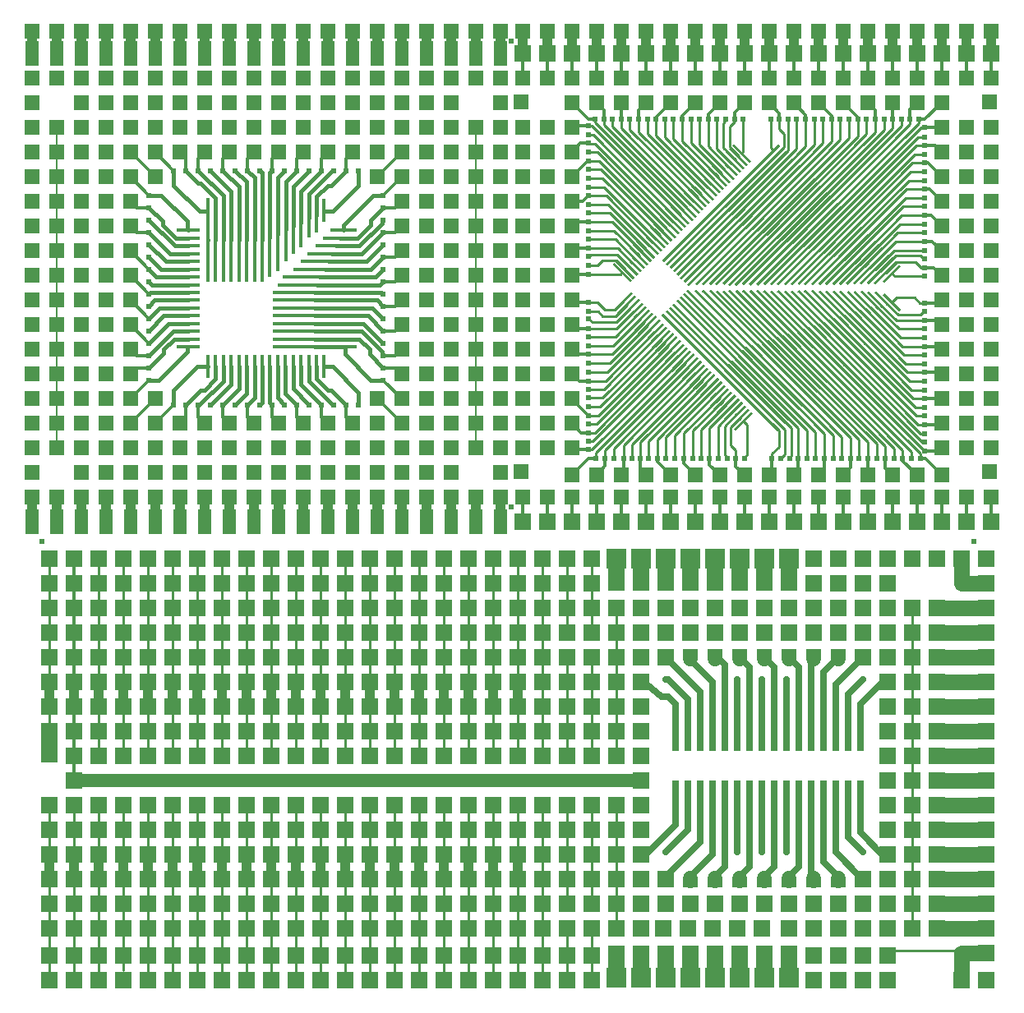
<source format=gtl>
G04 ---------------------------- Layer name :TOP LAYER*
G04 easyEDA 0.1*
G04 Scale: 100 percent, Rotated: No, Reflected: No *
G04 Dimensions in inches *
G04 leading zeros omitted , absolute positions ,2 integer and 4 * 
%FSLAX24Y24*%
%MOIN*%
G90*
G70D02*

%ADD10C,0.010000*%
%ADD11C,0.025984*%
%ADD12C,0.009842*%
%ADD13C,0.039370*%
%ADD14C,0.062992*%
%ADD15C,0.026000*%
%ADD16C,0.040000*%
%ADD17C,0.016000*%
%ADD18C,0.011810*%
%ADD19C,0.006000*%
%ADD20C,0.012000*%
%ADD21C,0.016140*%
%ADD22C,0.059842*%
%ADD23R,0.059842X0.031496*%
%ADD24R,0.070079X0.070079*%
%ADD25R,2.362200X0.057086*%
%ADD26R,0.070079X0.157480*%
%ADD27R,0.026000X0.180000*%
%ADD28R,0.018000X0.098000*%
%ADD29R,0.340000X0.018000*%
%ADD30R,0.018000X0.160000*%
%ADD31R,0.018000X0.200000*%
%ADD32R,0.018000X0.320000*%
%ADD33R,0.018000X0.300000*%
%ADD34R,0.230000X0.018000*%
%ADD35R,0.300000X0.018000*%
%ADD36R,0.140000X0.018000*%
%ADD37R,0.098000X0.018000*%
%ADD38R,0.018000X0.340000*%
%ADD39R,0.018000X0.230000*%
%ADD40R,0.018000X0.260000*%
%ADD41R,0.018000X0.140000*%
%ADD42R,0.200000X0.018000*%
%ADD43R,0.320000X0.018000*%
%ADD44R,0.260000X0.018000*%
%ADD45R,0.170000X0.018000*%
%ADD46R,0.110000X0.018000*%
%ADD47R,0.060000X0.060000*%
%ADD78R,0.070000X0.070000*%
%ADD79R,0.080000X0.080000*%
%ADD80C,0.060000*%
%ADD82R,0.055700X0.100300*%
%ADD83R,0.070079X0.098425*%
%ADD84C,0.024000*%
%ADD86C,0.024400*%

%LPD*%
G54D11*
G01X29400Y49900D02*
G01X29400Y52400D01*
G01X29000Y52800D01*
G01X25000Y51800D02*
G01X25056Y51865D01*
G01X25833Y51200D01*
G01X26100Y51200D01*
G01X26400Y50900D01*
G01X26400Y49900D01*
G01X25000Y51800D02*
G01X25000Y51800D01*
G01X32900Y49900D02*
G01X32900Y51700D01*
G01X34000Y52800D01*
G54D10*
G01X32797Y60863D02*
G01X32797Y61807D01*
G01X29239Y65367D01*
G54D12*
G01X23000Y56800D02*
G01X23000Y53800D01*
G01X35000Y40700D02*
G01X35350Y40900D01*
G01X38007Y40900D01*
G01X38007Y40800D01*
G54D13*
G01X5000Y51800D02*
G01X5000Y50800D01*
G54D12*
G01X20000Y45400D02*
G01X20000Y46600D01*
G01X19000Y44600D02*
G01X19000Y45800D01*
G01X18000Y45800D02*
G01X18000Y44600D01*
G01X17000Y44600D02*
G01X17000Y45800D01*
G01X16000Y44600D02*
G01X16000Y45800D01*
G01X20000Y43200D02*
G01X20000Y44400D01*
G01X19000Y43200D02*
G01X19000Y44400D01*
G01X18000Y43200D02*
G01X18000Y44400D01*
G01X1000Y46800D02*
G01X1000Y39700D01*
G01X2000Y46800D02*
G01X2000Y39700D01*
G01X3000Y46800D02*
G01X3000Y39700D01*
G01X4000Y46800D02*
G01X4000Y40100D01*
G01X5000Y46800D02*
G01X5000Y39700D01*
G01X6000Y46800D02*
G01X6000Y39700D01*
G01X7000Y46800D02*
G01X7000Y39700D01*
G01X8000Y39700D02*
G01X8000Y46800D01*
G01X9000Y46800D02*
G01X9000Y39700D01*
G01X10000Y39700D02*
G01X10000Y46800D01*
G01X11000Y46800D02*
G01X11000Y39700D01*
G01X12000Y39700D02*
G01X12000Y46800D01*
G01X13000Y46800D02*
G01X13000Y39700D01*
G01X14000Y39700D02*
G01X14000Y46800D01*
G01X15000Y46800D02*
G01X15000Y39700D01*
G01X16000Y39700D02*
G01X16000Y46800D01*
G01X17000Y46800D02*
G01X17000Y39700D01*
G01X18000Y39700D02*
G01X18000Y46800D01*
G01X19000Y46800D02*
G01X19000Y39700D01*
G01X20000Y39700D02*
G01X20000Y46800D01*
G01X1000Y56800D02*
G01X1000Y48800D01*
G01X3000Y56800D02*
G01X3000Y48800D01*
G01X4000Y48800D02*
G01X4000Y56800D01*
G01X6000Y56800D02*
G01X6000Y48800D01*
G01X7000Y56800D02*
G01X7000Y48800D01*
G01X8000Y48800D02*
G01X8000Y56800D01*
G01X9000Y56800D02*
G01X9000Y48800D01*
G01X10000Y48800D02*
G01X10000Y56800D01*
G01X11000Y56800D02*
G01X11000Y48800D01*
G01X12000Y48800D02*
G01X12000Y56800D01*
G01X13000Y56800D02*
G01X13000Y48800D01*
G01X14000Y48800D02*
G01X14000Y56800D01*
G01X15000Y56800D02*
G01X15000Y48800D01*
G01X16000Y48800D02*
G01X16000Y56800D01*
G01X17000Y56800D02*
G01X17000Y48800D01*
G01X18000Y48800D02*
G01X18000Y56800D01*
G01X19000Y56800D02*
G01X19000Y48800D01*
G01X20000Y48800D02*
G01X20000Y56800D01*
G01X5000Y48800D02*
G01X5000Y56800D01*
G54D14*
G01X37000Y47800D02*
G01X39000Y47800D01*
G01X37000Y43800D02*
G01X39000Y43800D01*
G01X37000Y44800D02*
G01X39000Y44800D01*
G01X37000Y45800D02*
G01X39000Y45800D01*
G01X37000Y53800D02*
G01X39000Y53800D01*
G01X37000Y52800D02*
G01X39000Y52800D01*
G01X37000Y51800D02*
G01X39000Y51800D01*
G01X37000Y50800D02*
G01X39000Y50800D01*
G01X37000Y49800D02*
G01X39000Y49800D01*
G01X37000Y46800D02*
G01X39000Y46800D01*
G54D13*
G01X20000Y51800D02*
G01X20000Y50800D01*
G01X19000Y50800D02*
G01X19000Y51800D01*
G01X18000Y51800D02*
G01X18000Y50800D01*
G01X17000Y50800D02*
G01X17000Y51800D01*
G01X16000Y51800D02*
G01X16000Y50800D01*
G01X15000Y50800D02*
G01X15000Y51800D01*
G01X14000Y51800D02*
G01X14000Y50800D01*
G01X13000Y50800D02*
G01X13000Y51800D01*
G01X12000Y51800D02*
G01X12000Y50800D01*
G01X11000Y50800D02*
G01X11000Y51800D01*
G01X10000Y51800D02*
G01X10000Y50800D01*
G01X9000Y50800D02*
G01X9000Y51800D01*
G01X8000Y51800D02*
G01X8000Y50800D01*
G01X7000Y50800D02*
G01X7000Y51800D01*
G01X6000Y51800D02*
G01X6000Y50800D01*
G01X4000Y50800D02*
G01X4000Y51800D01*
G01X3000Y51800D02*
G01X3000Y50800D01*
G01X2000Y50800D02*
G01X2000Y51800D01*
G01X1000Y51800D02*
G01X1000Y50800D01*
G01X5000Y44800D02*
G01X5000Y43800D01*
G01X20000Y44800D02*
G01X20000Y43800D01*
G01X19000Y43800D02*
G01X19000Y44800D01*
G01X18000Y44800D02*
G01X18000Y43800D01*
G01X17000Y43800D02*
G01X17000Y44800D01*
G01X16000Y44800D02*
G01X16000Y43800D01*
G01X15000Y43800D02*
G01X15000Y44800D01*
G01X14000Y44800D02*
G01X14000Y43800D01*
G01X13000Y43800D02*
G01X13000Y44800D01*
G01X12000Y44800D02*
G01X12000Y43800D01*
G01X11000Y43800D02*
G01X11000Y44800D01*
G01X10000Y44800D02*
G01X10000Y43800D01*
G01X9000Y43800D02*
G01X9000Y44800D01*
G01X8000Y44800D02*
G01X8000Y43800D01*
G01X7000Y43800D02*
G01X7000Y44800D01*
G01X6000Y44800D02*
G01X6000Y43800D01*
G01X4000Y43800D02*
G01X4000Y44800D01*
G01X3000Y44800D02*
G01X3000Y43800D01*
G01X2000Y43800D02*
G01X2000Y44800D01*
G01X1000Y44800D02*
G01X1000Y43800D01*
G54D12*
G01X22000Y41800D02*
G01X22000Y39700D01*
G01X22000Y52800D02*
G01X22000Y48800D01*
G54D14*
G01X37000Y54800D02*
G01X39000Y54800D01*
G01X39000Y55800D02*
G01X38007Y55800D01*
G01X38000Y56800D01*
G01X37000Y48800D02*
G01X39000Y48800D01*
G01X37000Y42800D02*
G01X39000Y42800D01*
G01X37000Y41800D02*
G01X39000Y41800D01*
G01X38000Y39700D02*
G01X38007Y40800D01*
G01X39000Y40800D01*
G54D12*
G01X21000Y39700D02*
G01X21000Y46800D01*
G01X21000Y48800D02*
G01X21000Y56800D01*
G01X23000Y52800D02*
G01X23000Y48800D01*
G01X23000Y39700D02*
G01X23000Y41800D01*
G01X36000Y54800D02*
G01X36000Y41800D01*
G01X22000Y46800D02*
G01X22000Y42800D01*
G01X23000Y42800D02*
G01X23000Y46800D01*
G01X24000Y46800D02*
G01X24000Y41800D01*
G01X24000Y54800D02*
G01X24000Y48800D01*
G01X22000Y53800D02*
G01X22000Y56800D01*
G54D15*
G01X26400Y46900D02*
G01X26400Y46000D01*
G01X25150Y44750D01*
G01X25000Y44900D01*
G01X33900Y46900D02*
G01X33900Y45700D01*
G01X34850Y44750D01*
G01X35000Y44900D01*
G01X33900Y49900D02*
G01X33900Y50900D01*
G01X34950Y51950D01*
G01X35000Y51900D01*
G01X33400Y49900D02*
G01X33400Y51300D01*
G01X34000Y51900D01*
G01X32400Y49900D02*
G01X32400Y52200D01*
G01X33000Y52800D01*
G01X33000Y52900D01*
G01X26900Y46900D02*
G01X26900Y45800D01*
G01X26000Y44900D01*
G01X26900Y49900D02*
G01X26900Y51100D01*
G01X26100Y51900D01*
G01X26000Y51900D01*
G01X27400Y46900D02*
G01X27400Y45300D01*
G01X26000Y43900D01*
G01X27900Y46900D02*
G01X27900Y44800D01*
G01X27000Y43900D01*
G01X28400Y46900D02*
G01X28400Y44300D01*
G01X28000Y43900D01*
G01X27400Y49900D02*
G01X27400Y51400D01*
G01X26000Y52800D01*
G01X28400Y49900D02*
G01X28400Y52500D01*
G01X28000Y52900D01*
G01X31900Y49900D02*
G01X31900Y52800D01*
G01X32000Y52900D01*
G01X33400Y46900D02*
G01X33400Y45500D01*
G01X34000Y44900D01*
G01X32900Y46900D02*
G01X32900Y44900D01*
G01X33950Y43850D01*
G01X34000Y43900D01*
G01X32400Y46900D02*
G01X32400Y44500D01*
G01X33000Y43900D01*
G01X31900Y46900D02*
G01X31900Y44000D01*
G01X32000Y43900D01*
G01X30900Y46900D02*
G01X30900Y45000D01*
G01X30900Y44900D01*
G54D11*
G01X31000Y43900D02*
G01X31400Y44300D01*
G01X31400Y46900D01*
G01X30000Y43900D02*
G01X30400Y44300D01*
G01X30400Y46900D01*
G54D15*
G01X29900Y46900D02*
G01X29900Y45000D01*
G01X29900Y44900D01*
G54D11*
G01X29400Y46900D02*
G01X29400Y44300D01*
G01X29000Y43900D01*
G54D15*
G01X28900Y46900D02*
G01X28900Y45000D01*
G01X28900Y44900D01*
G01X28900Y49900D02*
G01X28900Y51800D01*
G01X28900Y51900D01*
G01X29900Y49900D02*
G01X29900Y51900D01*
G01X30900Y49900D02*
G01X30900Y51900D01*
G54D11*
G01X30000Y52900D02*
G01X30000Y52800D01*
G01X30400Y52400D01*
G01X30400Y49900D01*
G01X31000Y52900D02*
G01X31000Y52800D01*
G01X31400Y52400D01*
G01X31400Y49900D01*
G54D16*
G01X3300Y58450D02*
G01X3300Y59300D01*
G54D17*
G01X7440Y64619D02*
G01X7440Y64600D01*
G01X7000Y64600D01*
G01X6050Y63650D01*
G01X6050Y63050D01*
G01X7750Y64619D02*
G01X7750Y64100D01*
G01X7300Y63650D01*
G01X7150Y63650D01*
G01X6550Y63050D01*
G01X8069Y64619D02*
G01X8069Y64019D01*
G01X7150Y63100D01*
G01X7050Y63050D01*
G01X8380Y64619D02*
G01X8380Y63880D01*
G01X7550Y63050D01*
G01X8700Y64619D02*
G01X8700Y63700D01*
G01X8050Y63050D01*
G01X9009Y64619D02*
G01X9009Y63509D01*
G01X8550Y63050D01*
G01X9330Y64619D02*
G01X9330Y63330D01*
G01X9050Y63050D01*
G01X9639Y64619D02*
G01X9639Y63140D01*
G01X9550Y63050D01*
G01X9960Y64619D02*
G01X9960Y63140D01*
G01X10050Y63050D01*
G01X10269Y64619D02*
G01X10269Y63330D01*
G01X10550Y63050D01*
G01X10589Y64619D02*
G01X10589Y63509D01*
G01X11050Y63050D01*
G01X10900Y64619D02*
G01X10900Y63700D01*
G01X11550Y63050D01*
G01X11219Y64619D02*
G01X11219Y63880D01*
G01X12050Y63050D01*
G01X11530Y64619D02*
G01X11530Y64019D01*
G01X12475Y63075D01*
G01X12550Y63050D01*
G01X6650Y69809D02*
G01X6140Y69809D01*
G01X5600Y70350D01*
G01X5600Y70500D01*
G01X5050Y71050D01*
G01X6650Y69500D02*
G01X6100Y69500D01*
G01X5050Y70550D01*
G01X6650Y68869D02*
G01X5730Y68869D01*
G01X5050Y69550D01*
G01X6650Y68550D02*
G01X5550Y68550D01*
G01X5050Y69050D01*
G01X6650Y68240D02*
G01X5359Y68240D01*
G01X5050Y68550D01*
G01X6650Y67919D02*
G01X5180Y67919D01*
G01X5050Y68050D01*
G01X6650Y67609D02*
G01X5109Y67609D01*
G01X5050Y67550D01*
G01X6650Y67290D02*
G01X5290Y67290D01*
G01X5050Y67050D01*
G01X6650Y66980D02*
G01X5480Y66980D01*
G01X5050Y66550D01*
G01X6650Y66659D02*
G01X5659Y66659D01*
G01X5050Y66050D01*
G01X6650Y66350D02*
G01X5850Y66350D01*
G01X5050Y65550D01*
G01X6650Y66030D02*
G01X6030Y66030D01*
G01X5050Y65050D01*
G01X6650Y65719D02*
G01X6069Y65719D01*
G01X5650Y65300D01*
G01X5650Y65150D01*
G01X5050Y64550D01*
G01X11769Y65400D02*
G01X13000Y65400D01*
G01X13000Y65100D01*
G01X14050Y64050D01*
G01X14550Y64050D01*
G01X11769Y65719D02*
G01X13580Y65719D01*
G01X14000Y65300D01*
G01X14000Y65100D01*
G01X14550Y64550D01*
G01X11769Y66030D02*
G01X13669Y66030D01*
G01X14500Y65200D01*
G01X14550Y65050D01*
G01X11769Y66350D02*
G01X13750Y66350D01*
G01X14550Y65550D01*
G01X11769Y66659D02*
G01X13939Y66659D01*
G01X14550Y66050D01*
G01X11769Y66980D02*
G01X14119Y66980D01*
G01X14550Y66550D01*
G01X11769Y67290D02*
G01X14310Y67290D01*
G01X14550Y67050D01*
G01X11769Y67609D02*
G01X14489Y67609D01*
G01X14550Y67550D01*
G01X11889Y67919D02*
G01X14419Y67919D01*
G01X14550Y68050D01*
G01X11980Y68240D02*
G01X14239Y68240D01*
G01X14550Y68550D01*
G01X12200Y68550D02*
G01X14050Y68550D01*
G01X14550Y69050D01*
G01X12350Y68869D02*
G01X13869Y68869D01*
G01X14550Y69550D01*
G01X12489Y69180D02*
G01X13680Y69180D01*
G01X14550Y70050D01*
G01X12800Y69809D02*
G01X13510Y69809D01*
G01X14050Y70350D01*
G01X14050Y70550D01*
G01X14550Y71050D01*
G01X12950Y70130D02*
G01X12950Y70350D01*
G01X14150Y71550D01*
G01X14550Y71550D01*
G01X11850Y70750D02*
G01X11850Y71500D01*
G01X12300Y71950D01*
G01X12450Y71950D01*
G01X13050Y72550D01*
G01X11539Y70650D02*
G01X11539Y71590D01*
G01X12525Y72575D01*
G01X12550Y72550D01*
G01X11219Y70440D02*
G01X11219Y71719D01*
G01X12050Y72550D01*
G01X10910Y70300D02*
G01X10910Y71909D01*
G01X11550Y72550D01*
G01X10600Y70159D02*
G01X10600Y72100D01*
G01X11050Y72550D01*
G01X10269Y69959D02*
G01X10269Y72269D01*
G01X10550Y72550D01*
G01X9960Y69850D02*
G01X9960Y72459D01*
G01X10050Y72550D01*
G01X9639Y69730D02*
G01X9639Y72459D01*
G01X9550Y72550D01*
G01X9330Y69730D02*
G01X9330Y72269D01*
G01X9050Y72550D01*
G01X9009Y69730D02*
G01X9009Y72090D01*
G01X8550Y72550D01*
G01X8700Y69730D02*
G01X8700Y71900D01*
G01X8050Y72550D01*
G01X8380Y69730D02*
G01X8380Y71719D01*
G01X7550Y72550D01*
G01X8069Y69730D02*
G01X8069Y71530D01*
G01X7050Y72550D01*
G01X7750Y69730D02*
G01X7750Y71450D01*
G01X7150Y72050D01*
G01X7050Y72050D01*
G01X6550Y72550D01*
G01X11850Y64619D02*
G01X11850Y64100D01*
G01X12300Y63650D01*
G01X12450Y63650D01*
G01X13050Y63050D01*
G01X12160Y64619D02*
G01X12160Y64600D01*
G01X12500Y64600D01*
G01X13550Y63550D01*
G01X13550Y63050D01*
G01X6650Y69180D02*
G01X5919Y69180D01*
G01X5050Y70050D01*
G54D18*
G01X5300Y72300D02*
G01X4300Y73300D01*
G01X5300Y63300D02*
G01X4300Y62300D01*
G01X14300Y63300D02*
G01X15300Y62300D01*
G01X14300Y72300D02*
G01X15300Y73300D01*
G01X6050Y72550D02*
G01X5300Y73300D01*
G01X6550Y72550D02*
G01X6550Y73050D01*
G01X6300Y73300D01*
G01X7050Y72550D02*
G01X7050Y73050D01*
G01X7300Y73300D01*
G01X8050Y72550D02*
G01X8050Y73050D01*
G01X8300Y73300D01*
G01X9050Y72550D02*
G01X9050Y73050D01*
G01X9300Y73300D01*
G01X10050Y72550D02*
G01X10050Y73050D01*
G01X10300Y73300D01*
G01X11050Y72550D02*
G01X11050Y73050D01*
G01X11300Y73300D01*
G01X12050Y72550D02*
G01X12050Y73050D01*
G01X12300Y73300D01*
G01X13050Y72550D02*
G01X13050Y73050D01*
G01X13300Y73300D01*
G01X5050Y64050D02*
G01X4300Y63300D01*
G01X5050Y64550D02*
G01X4550Y64550D01*
G01X4300Y64300D01*
G01X5050Y65050D02*
G01X4550Y65050D01*
G01X4300Y65300D01*
G01X5050Y65550D02*
G01X4300Y66300D01*
G01X5050Y66550D02*
G01X4300Y67300D01*
G01X5050Y67550D02*
G01X4300Y68300D01*
G01X5050Y68550D02*
G01X4300Y69300D01*
G01X5050Y70050D02*
G01X4550Y70050D01*
G01X4300Y70300D01*
G01X5050Y71050D02*
G01X4550Y71050D01*
G01X4300Y71300D01*
G01X5050Y71550D02*
G01X4300Y72300D01*
G01X6050Y63050D02*
G01X5300Y62300D01*
G01X6550Y63050D02*
G01X6550Y62550D01*
G01X6300Y62300D01*
G01X7050Y63050D02*
G01X7050Y62550D01*
G01X7300Y62300D01*
G01X8050Y63050D02*
G01X8050Y62550D01*
G01X8300Y62300D01*
G01X9050Y63050D02*
G01X9050Y62550D01*
G01X9300Y62300D01*
G01X10050Y63050D02*
G01X10050Y62550D01*
G01X10300Y62300D01*
G01X11050Y63050D02*
G01X11050Y62550D01*
G01X11300Y62300D01*
G01X12050Y63050D02*
G01X12050Y62550D01*
G01X12300Y62300D01*
G01X13050Y63050D02*
G01X13050Y62550D01*
G01X13300Y62300D01*
G01X14550Y64050D02*
G01X15300Y63300D01*
G01X14550Y64550D02*
G01X15050Y64550D01*
G01X15300Y64300D01*
G01X14550Y65050D02*
G01X15050Y65050D01*
G01X15300Y65300D01*
G01X14550Y66050D02*
G01X15050Y66050D01*
G01X15300Y66300D01*
G01X14550Y67050D02*
G01X15050Y67050D01*
G01X15300Y67300D01*
G01X14550Y68050D02*
G01X15050Y68050D01*
G01X15300Y68300D01*
G01X14550Y69050D02*
G01X15050Y69050D01*
G01X15300Y69300D01*
G01X14550Y70050D02*
G01X15050Y70050D01*
G01X15300Y70300D01*
G01X14550Y71050D02*
G01X15050Y71050D01*
G01X15300Y71300D01*
G01X14550Y71550D02*
G01X15300Y72300D01*
G54D19*
G01X1300Y61300D02*
G01X1300Y74300D01*
G01X18300Y61300D02*
G01X18300Y74300D01*
G54D16*
G01X300Y58450D02*
G01X300Y59300D01*
G01X1300Y58450D02*
G01X1300Y59300D01*
G01X2300Y58450D02*
G01X2300Y59300D01*
G54D20*
G01X22877Y68351D02*
G01X22251Y68351D01*
G01X22200Y68300D01*
G01X23146Y74623D02*
G01X22877Y74623D01*
G01X22200Y75300D01*
G01X22876Y74363D02*
G01X22264Y74363D01*
G01X22200Y74300D01*
G01X23498Y74623D02*
G01X23498Y75001D01*
G01X23200Y75300D01*
G01X24206Y74623D02*
G01X24206Y75294D01*
G01X24200Y75300D01*
G01X24913Y74623D02*
G01X24913Y75013D01*
G01X25200Y75300D01*
G01X25619Y74623D02*
G01X25619Y74719D01*
G01X26200Y75300D01*
G01X26681Y74623D02*
G01X26681Y74781D01*
G01X27200Y75300D01*
G01X27742Y74623D02*
G01X27742Y74842D01*
G01X28200Y75300D01*
G01X28802Y74623D02*
G01X28802Y74902D01*
G01X29200Y75300D01*
G01X36277Y74623D02*
G01X36522Y74623D01*
G01X37200Y75300D01*
G01X36526Y74304D02*
G01X37196Y74304D01*
G01X37200Y74300D01*
G01X35922Y74623D02*
G01X35922Y75023D01*
G01X36200Y75300D01*
G01X35215Y74623D02*
G01X35215Y75284D01*
G01X35200Y75300D01*
G01X34509Y74623D02*
G01X34509Y74990D01*
G01X34200Y75300D01*
G01X33802Y74623D02*
G01X33802Y74698D01*
G01X33200Y75300D01*
G01X32740Y74623D02*
G01X32740Y74759D01*
G01X32200Y75300D01*
G01X31680Y74623D02*
G01X31680Y74819D01*
G01X31200Y75300D01*
G01X30619Y74623D02*
G01X30619Y74880D01*
G01X30200Y75300D01*
G01X36526Y73563D02*
G01X36936Y73563D01*
G01X37200Y73300D01*
G01X36526Y72856D02*
G01X36643Y72856D01*
G01X37200Y72300D01*
G01X36526Y71794D02*
G01X36705Y71794D01*
G01X37200Y71300D01*
G01X36526Y70734D02*
G01X36765Y70734D01*
G01X37200Y70300D01*
G01X36526Y69673D02*
G01X36826Y69673D01*
G01X37200Y69300D01*
G01X36526Y68613D02*
G01X36886Y68613D01*
G01X37200Y68300D01*
G01X36332Y60863D02*
G01X36536Y60863D01*
G01X37200Y60200D01*
G01X35626Y60863D02*
G01X35626Y60773D01*
G01X36200Y60200D01*
G01X34918Y60863D02*
G01X34918Y60480D01*
G01X35200Y60200D01*
G01X34211Y60861D02*
G01X34211Y60211D01*
G01X34200Y60200D01*
G01X33505Y60861D02*
G01X33505Y60505D01*
G01X33200Y60200D01*
G01X32443Y60863D02*
G01X32443Y60444D01*
G01X32200Y60200D01*
G01X31382Y60863D02*
G01X31382Y60382D01*
G01X31200Y60200D01*
G01X30322Y60863D02*
G01X30322Y60323D01*
G01X30200Y60200D01*
G01X36526Y61173D02*
G01X37073Y61173D01*
G01X37200Y61300D01*
G01X36526Y62234D02*
G01X37135Y62234D01*
G01X37200Y62300D01*
G01X36526Y63296D02*
G01X37196Y63296D01*
G01X37200Y63300D01*
G01X36526Y64355D02*
G01X37143Y64355D01*
G01X37200Y64300D01*
G01X36526Y65417D02*
G01X37082Y65417D01*
G01X37200Y65300D01*
G01X36526Y66478D02*
G01X37022Y66478D01*
G01X37200Y66300D01*
G01X36526Y67184D02*
G01X37085Y67184D01*
G01X37200Y67300D01*
G01X23181Y60863D02*
G01X22863Y60863D01*
G01X22200Y60200D01*
G01X23556Y60863D02*
G01X23556Y60555D01*
G01X23200Y60200D01*
G01X24305Y60863D02*
G01X24305Y60305D01*
G01X24200Y60200D01*
G01X24984Y60863D02*
G01X24984Y60415D01*
G01X25200Y60200D01*
G01X25663Y60863D02*
G01X25663Y60736D01*
G01X26200Y60200D01*
G01X26744Y60863D02*
G01X26744Y60655D01*
G01X27200Y60200D01*
G01X27784Y60863D02*
G01X27784Y60615D01*
G01X28200Y60200D01*
G01X28852Y60863D02*
G01X28852Y60548D01*
G01X29200Y60200D01*
G01X22876Y61223D02*
G01X22276Y61223D01*
G01X22200Y61300D01*
G01X22876Y61917D02*
G01X22582Y61917D01*
G01X22200Y62300D01*
G01X22200Y63300D02*
G01X22200Y63286D01*
G01X22876Y62609D01*
G01X22876Y64003D02*
G01X22497Y64003D01*
G01X22200Y64300D01*
G01X22876Y65105D02*
G01X22393Y65105D01*
G01X22200Y65300D01*
G01X22876Y66123D02*
G01X22376Y66123D01*
G01X22200Y66300D01*
G01X22876Y67206D02*
G01X22293Y67206D01*
G01X22200Y67300D01*
G01X22876Y73655D02*
G01X22555Y73655D01*
G01X22200Y73300D01*
G01X22877Y72948D02*
G01X22847Y72948D01*
G01X22200Y72300D01*
G01X22200Y71300D02*
G01X22643Y71300D01*
G01X22877Y71533D01*
G01X22876Y70473D02*
G01X22372Y70473D01*
G01X22200Y70300D01*
G01X22876Y69411D02*
G01X22311Y69411D01*
G01X22200Y69300D01*
G01X39200Y76300D02*
G01X39200Y77300D01*
G01X38200Y77300D02*
G01X38200Y76300D01*
G01X37200Y76300D02*
G01X37200Y77300D01*
G01X36200Y77300D02*
G01X36200Y76300D01*
G01X35200Y76300D02*
G01X35200Y77300D01*
G01X34200Y77300D02*
G01X34200Y76300D01*
G01X33200Y76300D02*
G01X33200Y77300D01*
G01X32200Y76300D02*
G01X32200Y77300D01*
G01X31200Y76300D02*
G01X31200Y77300D01*
G01X30200Y76300D02*
G01X30200Y77300D01*
G01X29200Y76300D02*
G01X29200Y77300D01*
G01X28200Y76300D02*
G01X28200Y77300D01*
G01X27200Y76300D02*
G01X27200Y77300D01*
G01X26200Y77300D02*
G01X26200Y76300D01*
G01X25200Y76300D02*
G01X25200Y77300D01*
G01X24200Y77300D02*
G01X24200Y76300D01*
G01X23200Y76300D02*
G01X23200Y77300D01*
G01X22200Y77300D02*
G01X22200Y76300D01*
G01X21200Y76300D02*
G01X21200Y77300D01*
G01X20200Y77300D02*
G01X20200Y76300D01*
G01X39200Y58300D02*
G01X39200Y59300D01*
G01X38200Y59300D02*
G01X38200Y58300D01*
G01X37200Y58300D02*
G01X37200Y59300D01*
G01X36200Y59300D02*
G01X36200Y58300D01*
G01X35200Y58300D02*
G01X35200Y59300D01*
G01X34200Y58300D02*
G01X34200Y59300D01*
G01X33200Y59300D02*
G01X33200Y58300D01*
G01X32200Y58300D02*
G01X32200Y59300D01*
G01X31200Y59300D02*
G01X31200Y58300D01*
G01X30200Y58300D02*
G01X30200Y59300D01*
G01X29200Y59300D02*
G01X29200Y58300D01*
G01X28200Y58300D02*
G01X28200Y59300D01*
G01X27200Y59300D02*
G01X27200Y58300D01*
G01X26200Y58300D02*
G01X26200Y59300D01*
G01X25200Y59300D02*
G01X25200Y58300D01*
G01X24200Y58300D02*
G01X24200Y59300D01*
G01X23200Y59300D02*
G01X23200Y58300D01*
G01X22200Y58300D02*
G01X22200Y59300D01*
G01X21200Y59300D02*
G01X21200Y58300D01*
G01X20200Y58300D02*
G01X20200Y59300D01*
G54D10*
G01X22876Y69765D02*
G01X23977Y69765D01*
G01X24792Y68952D01*
G01X22876Y70119D02*
G01X23906Y70119D01*
G01X24932Y69092D01*
G01X22877Y70826D02*
G01X23752Y70826D01*
G01X25209Y69369D01*
G01X22876Y70473D02*
G01X23835Y70473D01*
G01X25073Y69234D01*
G01X22877Y68351D02*
G01X24177Y68351D01*
G01X24247Y68421D01*
G01X22876Y68705D02*
G01X23257Y68705D01*
G01X23452Y68900D01*
G01X24007Y68900D01*
G01X24373Y68534D01*
G01X22877Y69059D02*
G01X23002Y69150D01*
G01X24042Y69150D01*
G01X24515Y68676D01*
G01X22876Y69411D02*
G01X24061Y69411D01*
G01X24656Y68817D01*
G01X22876Y71180D02*
G01X23680Y71180D01*
G01X25350Y69509D01*
G01X22877Y71533D02*
G01X23610Y71533D01*
G01X25492Y69652D01*
G01X22876Y71886D02*
G01X23525Y71886D01*
G01X25626Y69786D01*
G01X22877Y72240D02*
G01X23452Y72240D01*
G01X25767Y69927D01*
G01X22876Y72594D02*
G01X23384Y72594D01*
G01X25909Y70069D01*
G01X22877Y72948D02*
G01X23297Y72948D01*
G01X26043Y70203D01*
G01X22876Y73301D02*
G01X23228Y73301D01*
G01X26185Y70344D01*
G01X26326Y70486D02*
G01X26317Y70486D01*
G01X23152Y73650D01*
G01X22881Y73650D01*
G01X22876Y73655D01*
G01X22876Y74008D02*
G01X23072Y74008D01*
G01X26460Y70619D01*
G01X22876Y74363D02*
G01X23000Y74363D01*
G01X26602Y70761D01*
G01X23146Y74623D02*
G01X23146Y74500D01*
G01X26743Y70903D01*
G01X23498Y74623D02*
G01X23498Y74415D01*
G01X26877Y71038D01*
G01X23852Y74623D02*
G01X23852Y74344D01*
G01X27018Y71179D01*
G01X24206Y74623D02*
G01X24206Y74273D01*
G01X27160Y71319D01*
G01X24560Y74623D02*
G01X24560Y74204D01*
G01X27302Y71461D01*
G01X24913Y74623D02*
G01X24913Y74119D01*
G01X27435Y71596D01*
G01X25267Y74623D02*
G01X25267Y74048D01*
G01X27577Y71738D01*
G01X25619Y74623D02*
G01X25619Y73978D01*
G01X27718Y71879D01*
G01X25973Y74623D02*
G01X25973Y73892D01*
G01X27852Y72013D01*
G01X26327Y74623D02*
G01X26327Y73821D01*
G01X27994Y72155D01*
G01X26681Y74623D02*
G01X26681Y73751D01*
G01X28135Y72296D01*
G01X27035Y74623D02*
G01X27035Y73665D01*
G01X28269Y72431D01*
G01X27388Y74623D02*
G01X27388Y73596D01*
G01X28411Y72571D01*
G01X27742Y74623D02*
G01X27742Y73523D01*
G01X28552Y72713D01*
G01X28094Y74623D02*
G01X28094Y73440D01*
G01X28688Y72848D01*
G01X28448Y74623D02*
G01X28352Y74450D01*
G01X28352Y73465D01*
G01X28828Y72988D01*
G01X28802Y74623D02*
G01X28802Y74548D01*
G01X28602Y74350D01*
G01X28602Y73498D01*
G01X28971Y73131D01*
G01X29156Y74623D02*
G01X29156Y73315D01*
G01X29105Y73265D01*
G01X29227Y60863D02*
G01X29302Y61050D01*
G01X29302Y62250D01*
G01X29168Y62382D01*
G01X28852Y60863D02*
G01X28852Y61201D01*
G01X28652Y61400D01*
G01X28652Y62136D01*
G01X29034Y62517D01*
G01X28505Y60863D02*
G01X28402Y61050D01*
G01X28402Y62167D01*
G01X28893Y62657D01*
G01X28138Y60863D02*
G01X28138Y62186D01*
G01X28751Y62800D01*
G01X27784Y60863D02*
G01X27784Y62101D01*
G01X28617Y62934D01*
G01X27444Y60863D02*
G01X27444Y62044D01*
G01X28476Y63075D01*
G01X27111Y60863D02*
G01X27111Y61994D01*
G01X28334Y63217D01*
G01X26744Y60863D02*
G01X26744Y61896D01*
G01X28200Y63351D01*
G01X26384Y60863D02*
G01X26384Y61819D01*
G01X28057Y63492D01*
G01X26015Y60863D02*
G01X26015Y61732D01*
G01X27917Y63634D01*
G01X25663Y60863D02*
G01X25663Y61648D01*
G01X27782Y63767D01*
G01X25309Y60863D02*
G01X25309Y61578D01*
G01X27640Y63909D01*
G01X24984Y60863D02*
G01X24984Y61534D01*
G01X27500Y64051D01*
G01X24631Y60863D02*
G01X24631Y61452D01*
G01X27364Y64186D01*
G01X24305Y60863D02*
G01X24305Y61407D01*
G01X27223Y64327D01*
G01X23902Y60863D02*
G01X23902Y61286D01*
G01X27082Y64467D01*
G01X23556Y60863D02*
G01X23556Y61211D01*
G01X26947Y64603D01*
G01X23181Y60863D02*
G01X23181Y61117D01*
G01X26806Y64744D01*
G01X22876Y61223D02*
G01X23002Y61223D01*
G01X26664Y64886D01*
G01X22876Y61563D02*
G01X23060Y61563D01*
G01X26523Y65027D01*
G01X22876Y61917D02*
G01X23146Y61917D01*
G01X26389Y65161D01*
G01X22877Y62277D02*
G01X23222Y62277D01*
G01X26247Y65303D01*
G01X22876Y62609D02*
G01X23272Y62609D01*
G01X26106Y65444D01*
G01X22876Y62963D02*
G01X23356Y62963D01*
G01X25972Y65579D01*
G01X22876Y63330D02*
G01X23442Y63330D01*
G01X25831Y65719D01*
G01X22877Y63677D02*
G01X23506Y63677D01*
G01X25689Y65861D01*
G01X22876Y64003D02*
G01X23561Y64003D01*
G01X25555Y65996D01*
G01X22877Y64363D02*
G01X23639Y64363D01*
G01X25414Y66136D01*
G01X22876Y64738D02*
G01X23731Y64738D01*
G01X25272Y66279D01*
G01X22876Y65105D02*
G01X23831Y65105D01*
G01X25138Y66413D01*
G01X22876Y65444D02*
G01X23888Y65444D01*
G01X24997Y66554D01*
G01X22876Y65806D02*
G01X23964Y65806D01*
G01X24855Y66696D01*
G01X22876Y66123D02*
G01X24014Y66123D01*
G01X24721Y66830D01*
G01X22876Y66527D02*
G01X23052Y66400D01*
G01X24006Y66400D01*
G01X24578Y66971D01*
G01X22876Y66838D02*
G01X23264Y66838D01*
G01X23452Y66650D01*
G01X23975Y66650D01*
G01X24438Y67113D01*
G01X22876Y67206D02*
G01X23247Y67206D01*
G01X23552Y66900D01*
G01X23943Y66900D01*
G01X24297Y67254D01*
G01X30265Y74623D02*
G01X30265Y73486D01*
G01X30352Y73400D01*
G01X30619Y74623D02*
G01X30619Y74233D01*
G01X30802Y74050D01*
G01X30802Y73492D01*
G01X28405Y71094D01*
G01X30972Y74623D02*
G01X30972Y73380D01*
G01X28546Y70953D01*
G01X31327Y74623D02*
G01X31327Y73450D01*
G01X28688Y70811D01*
G01X31680Y74623D02*
G01X31680Y73521D01*
G01X28828Y70669D01*
G01X32034Y74623D02*
G01X32034Y73590D01*
G01X28971Y70528D01*
G01X32386Y74623D02*
G01X32386Y73661D01*
G01X29111Y70386D01*
G01X32740Y74623D02*
G01X32740Y73734D01*
G01X29252Y70246D01*
G01X33094Y74623D02*
G01X33094Y73790D01*
G01X29501Y70196D01*
G01X33447Y74623D02*
G01X33447Y73873D01*
G01X29706Y70132D01*
G01X33802Y74623D02*
G01X33802Y73932D01*
G01X29939Y70069D01*
G01X34155Y74623D02*
G01X34155Y74030D01*
G01X30109Y69984D01*
G01X34509Y74623D02*
G01X34509Y74115D01*
G01X30327Y69934D01*
G01X34861Y74623D02*
G01X34861Y74198D01*
G01X30505Y69842D01*
G01X35215Y74623D02*
G01X35215Y74284D01*
G01X30702Y69771D01*
G01X35568Y74623D02*
G01X35568Y74369D01*
G01X30914Y69715D01*
G01X35922Y74623D02*
G01X35922Y74426D01*
G01X31134Y69636D01*
G01X36277Y74623D02*
G01X36277Y74483D01*
G01X31360Y69567D01*
G01X36526Y74304D02*
G01X36367Y74304D01*
G01X31572Y69509D01*
G01X36526Y73915D02*
G01X36247Y73915D01*
G01X31771Y69438D01*
G01X36526Y73563D02*
G01X36190Y73563D01*
G01X31989Y69361D01*
G01X36526Y73209D02*
G01X36106Y73209D01*
G01X32202Y69305D01*
G01X36526Y72856D02*
G01X36022Y72856D01*
G01X32406Y69240D01*
G01X36526Y72502D02*
G01X35950Y72502D01*
G01X32618Y69171D01*
G01X36526Y72148D02*
G01X35865Y72148D01*
G01X32817Y69100D01*
G01X36526Y71794D02*
G01X35794Y71794D01*
G01X33022Y69021D01*
G01X36527Y71440D02*
G01X35738Y71440D01*
G01X33240Y68944D01*
G01X36526Y71088D02*
G01X35654Y71088D01*
G01X33454Y68888D01*
G01X36526Y70734D02*
G01X35582Y70734D01*
G01X33665Y68817D01*
G01X36526Y70381D02*
G01X35498Y70381D01*
G01X33864Y68746D01*
G01X36526Y70027D02*
G01X35427Y70027D01*
G01X34082Y68683D01*
G01X36526Y69673D02*
G01X35356Y69673D01*
G01X34294Y68611D01*
G01X36526Y69319D02*
G01X35272Y69319D01*
G01X34500Y68548D01*
G01X36526Y68967D02*
G01X36485Y68967D01*
G01X36352Y69100D01*
G01X35334Y69100D01*
G01X34711Y68478D01*
G01X36526Y68613D02*
G01X36389Y68613D01*
G01X36152Y68850D01*
G01X35367Y68850D01*
G01X34931Y68413D01*
G01X36527Y68259D02*
G01X35297Y68259D01*
G01X35179Y68379D01*
G01X36527Y66831D02*
G01X36484Y66831D01*
G01X36352Y66700D01*
G01X35430Y66700D01*
G01X34946Y67184D01*
G01X36526Y67184D02*
G01X36318Y67184D01*
G01X36102Y67400D01*
G01X35388Y67400D01*
G01X35193Y67205D01*
G01X36526Y66478D02*
G01X35368Y66478D01*
G01X34726Y67119D01*
G01X36526Y66123D02*
G01X35468Y66123D01*
G01X34521Y67071D01*
G01X36526Y65769D02*
G01X35539Y65769D01*
G01X34315Y66992D01*
G01X36526Y65417D02*
G01X35609Y65417D01*
G01X34104Y66921D01*
G01X36526Y65063D02*
G01X35694Y65063D01*
G01X33885Y66873D01*
G01X36526Y64709D02*
G01X35751Y64709D01*
G01X33672Y66788D01*
G01X36526Y64355D02*
G01X35822Y64355D01*
G01X33454Y66723D01*
G01X36526Y64003D02*
G01X35906Y64003D01*
G01X33248Y66661D01*
G01X36519Y63650D02*
G01X35989Y63650D01*
G01X33035Y66604D01*
G01X36526Y63296D02*
G01X36047Y63296D01*
G01X32817Y66526D01*
G01X36526Y62942D02*
G01X36131Y62942D01*
G01X32618Y66455D01*
G01X36526Y62588D02*
G01X36189Y62588D01*
G01X32406Y66371D01*
G01X36526Y62234D02*
G01X36260Y62234D01*
G01X32202Y66292D01*
G01X36526Y61880D02*
G01X36344Y61880D01*
G01X31997Y66229D01*
G01X36526Y61528D02*
G01X36414Y61528D01*
G01X31785Y66158D01*
G01X36526Y61173D02*
G01X36501Y61173D01*
G01X31572Y66102D01*
G01X36332Y60863D02*
G01X36332Y61073D01*
G01X31360Y66044D01*
G01X35980Y60863D02*
G01X35980Y61142D01*
G01X31155Y65967D01*
G01X35626Y60863D02*
G01X35626Y61213D01*
G01X30943Y65896D01*
G01X35272Y60863D02*
G01X35272Y61284D01*
G01X30731Y65826D01*
G01X34918Y60863D02*
G01X34918Y61369D01*
G01X30518Y65769D01*
G01X34564Y60863D02*
G01X34564Y61455D01*
G01X30335Y65684D01*
G01X34211Y60861D02*
G01X34211Y61538D01*
G01X30130Y65621D01*
G01X33857Y60863D02*
G01X33857Y61638D01*
G01X29918Y65579D01*
G01X33505Y60861D02*
G01X33505Y61694D01*
G01X29706Y65494D01*
G01X33151Y60863D02*
G01X33151Y61752D01*
G01X29472Y65430D01*
G01X32443Y60863D02*
G01X32443Y61879D01*
G01X29097Y65225D01*
G01X32089Y60863D02*
G01X32089Y61950D01*
G01X28956Y65084D01*
G01X31736Y60863D02*
G01X31736Y62019D01*
G01X28814Y64942D01*
G01X31382Y60863D02*
G01X31382Y62092D01*
G01X28673Y64801D01*
G01X31030Y60863D02*
G01X31102Y61000D01*
G01X31102Y62088D01*
G01X28531Y64659D01*
G01X30676Y60863D02*
G01X30676Y60873D01*
G01X30852Y61050D01*
G01X30852Y62042D01*
G01X28384Y64511D01*
G01X30322Y60863D02*
G01X30322Y61069D01*
G01X30602Y61350D01*
G01X30602Y61994D01*
G01X28227Y64369D01*
G54D13*
G01X4300Y58300D02*
G01X4300Y59300D01*
G01X5300Y58300D02*
G01X5300Y59300D01*
G01X6300Y59300D02*
G01X6300Y58300D01*
G01X7300Y58300D02*
G01X7300Y59300D01*
G01X8300Y59300D02*
G01X8300Y58300D01*
G01X9300Y58300D02*
G01X9300Y59300D01*
G01X10300Y59300D02*
G01X10300Y58300D01*
G01X11300Y58300D02*
G01X11300Y59300D01*
G01X12300Y59300D02*
G01X12300Y58300D01*
G01X13300Y58300D02*
G01X13300Y59300D01*
G01X14300Y59300D02*
G01X14300Y58300D01*
G01X15300Y58300D02*
G01X15300Y59300D01*
G01X16300Y59300D02*
G01X16300Y58300D01*
G01X17300Y58300D02*
G01X17300Y59300D01*
G01X18300Y59300D02*
G01X18300Y58300D01*
G01X19300Y58300D02*
G01X19300Y59300D01*
G01X300Y77300D02*
G01X300Y78200D01*
G01X1300Y78200D02*
G01X1300Y77300D01*
G01X2300Y77300D02*
G01X2300Y78200D01*
G01X3300Y78200D02*
G01X3300Y77300D01*
G01X4300Y77300D02*
G01X4300Y78200D01*
G01X5300Y78200D02*
G01X5300Y77300D01*
G01X6300Y77300D02*
G01X6300Y78200D01*
G01X7300Y78200D02*
G01X7300Y77300D01*
G01X8300Y77300D02*
G01X8300Y78200D01*
G01X9300Y78200D02*
G01X9300Y77300D01*
G01X10300Y78200D02*
G01X10300Y77300D01*
G01X11300Y77300D02*
G01X11300Y78200D01*
G01X12300Y78200D02*
G01X12300Y77300D01*
G01X13300Y77300D02*
G01X13300Y78200D01*
G01X14300Y78200D02*
G01X14300Y77300D01*
G01X15300Y77300D02*
G01X15300Y78200D01*
G01X16300Y78200D02*
G01X16300Y77300D01*
G01X17300Y77300D02*
G01X17300Y78200D01*
G01X18300Y77300D02*
G01X18300Y78200D01*
G01X19300Y78200D02*
G01X19300Y77300D01*
G01X20200Y77300D02*
G01X20200Y78200D01*
G01X21200Y78200D02*
G01X21200Y77300D01*
G01X22200Y77300D02*
G01X22200Y78200D01*
G01X23200Y78200D02*
G01X23200Y77300D01*
G01X24200Y77300D02*
G01X24200Y78200D01*
G01X25200Y78200D02*
G01X25200Y77300D01*
G01X26200Y77300D02*
G01X26200Y78200D01*
G01X27200Y78200D02*
G01X27200Y77300D01*
G01X28200Y77300D02*
G01X28200Y78200D01*
G01X29200Y77300D02*
G01X29200Y78200D01*
G01X30200Y78200D02*
G01X30200Y77300D01*
G01X31200Y77300D02*
G01X31200Y78200D01*
G01X32200Y77300D02*
G01X32200Y78200D01*
G01X33200Y77300D02*
G01X33200Y78200D01*
G01X34200Y77300D02*
G01X34200Y78200D01*
G01X35200Y78200D02*
G01X35200Y77300D01*
G01X36200Y77300D02*
G01X36200Y78200D01*
G01X37200Y78200D02*
G01X37200Y77300D01*
G01X38200Y77300D02*
G01X38200Y78200D01*
G01X39200Y78200D02*
G01X39200Y77300D01*
G54D11*
G01X27000Y52800D02*
G01X27000Y52700D01*
G01X27900Y51800D01*
G01X27900Y49900D01*
G54D18*
G01X2000Y56800D02*
G01X2000Y47800D01*
G54D21*
G01X5050Y71550D02*
G01X5550Y71550D01*
G01X6600Y70500D01*
G01X6600Y70180D01*
G01X6650Y70130D01*
G01X7440Y69730D02*
G01X7440Y69730D01*
G01X7400Y70900D02*
G01X7100Y70900D01*
G01X6050Y71950D01*
G01X6050Y72550D01*
G01X12650Y69490D02*
G01X13589Y69490D01*
G01X14500Y70400D01*
G01X14550Y70550D01*
G01X14550Y70550D01*
G01X13550Y72550D02*
G01X13550Y71950D01*
G01X12500Y70900D01*
G01X12210Y70900D01*
G01X12160Y70950D01*
G01X5050Y64050D02*
G01X5450Y64050D01*
G01X6600Y65200D01*
G01X6600Y65350D01*
G01X6650Y65400D01*
G54D22*
G01X27000Y43851D02*
G01X27000Y43748D01*
G01X28000Y43851D02*
G01X28000Y43748D01*
G01X29000Y43851D02*
G01X29000Y43748D01*
G01X30000Y43851D02*
G01X30000Y43748D01*
G01X31000Y43851D02*
G01X31000Y43748D01*
G01X32000Y43851D02*
G01X32000Y43748D01*
G01X33000Y43851D02*
G01X33000Y43748D01*
G01X27000Y52748D02*
G01X27000Y52851D01*
G01X28000Y52748D02*
G01X28000Y52851D01*
G01X29000Y52748D02*
G01X29000Y52851D01*
G01X30000Y52748D02*
G01X30000Y52851D01*
G01X31000Y52748D02*
G01X31000Y52851D01*
G01X32000Y52748D02*
G01X32000Y52851D01*
G01X33000Y52748D02*
G01X33000Y52851D01*
G54D23*
G01X33000Y53000D03*
G01X32000Y53000D03*
G01X31000Y53000D03*
G01X30000Y53000D03*
G01X29000Y53000D03*
G01X28000Y53000D03*
G01X27000Y53000D03*
G01X27000Y43600D03*
G01X28000Y43600D03*
G01X29000Y43600D03*
G01X30000Y43600D03*
G01X31000Y43600D03*
G01X32000Y43600D03*
G01X33000Y43600D03*
G54D24*
G01X34000Y43800D03*
G01X1000Y45800D03*
G54D25*
G01X13500Y47800D03*
G54D24*
G01X1000Y46800D03*
G01X1000Y49800D03*
G01X2000Y49800D03*
G01X2000Y48800D03*
G01X3000Y49800D03*
G01X3000Y48800D03*
G01X4000Y49800D03*
G01X4000Y48800D03*
G01X5000Y49800D03*
G01X5000Y48800D03*
G01X6000Y49800D03*
G01X6000Y48800D03*
G01X7000Y49800D03*
G01X7000Y48800D03*
G01X8000Y49800D03*
G01X8000Y48800D03*
G01X9000Y49800D03*
G01X9000Y48800D03*
G01X10000Y49800D03*
G01X10000Y48800D03*
G01X11000Y49800D03*
G01X11000Y48800D03*
G01X12000Y49800D03*
G01X12000Y48800D03*
G01X13000Y49800D03*
G01X13000Y48800D03*
G01X14000Y49800D03*
G01X14000Y48800D03*
G01X15000Y49800D03*
G01X15000Y48800D03*
G01X16000Y49800D03*
G01X16000Y48800D03*
G01X17000Y49800D03*
G01X17000Y48800D03*
G01X18000Y49800D03*
G01X18000Y48800D03*
G01X2000Y46800D03*
G01X2000Y45800D03*
G01X3000Y46800D03*
G01X3000Y45800D03*
G01X4000Y46800D03*
G01X4000Y45800D03*
G01X5000Y46800D03*
G01X5000Y45800D03*
G01X6000Y46800D03*
G01X6000Y45800D03*
G01X7000Y46800D03*
G01X7000Y45800D03*
G01X8000Y46800D03*
G01X8000Y45800D03*
G01X9000Y46800D03*
G01X9000Y45800D03*
G01X10000Y46800D03*
G01X10000Y45800D03*
G01X11000Y46800D03*
G01X11000Y45800D03*
G01X12000Y46800D03*
G01X12000Y45800D03*
G01X13000Y46800D03*
G01X13000Y45800D03*
G01X14000Y46800D03*
G01X14000Y45800D03*
G01X15000Y46800D03*
G01X15000Y45800D03*
G01X16000Y46800D03*
G01X16000Y45800D03*
G01X17000Y46800D03*
G01X17000Y45800D03*
G01X18000Y46800D03*
G01X18000Y45800D03*
G01X19000Y46800D03*
G01X19000Y45800D03*
G01X19000Y49800D03*
G01X19000Y48800D03*
G01X20000Y49800D03*
G01X20000Y48800D03*
G01X21000Y50800D03*
G01X21000Y49800D03*
G01X22000Y50800D03*
G01X22000Y49800D03*
G01X23000Y50800D03*
G01X23000Y49800D03*
G01X24000Y50800D03*
G01X24000Y49800D03*
G01X20000Y52800D03*
G01X20000Y46800D03*
G01X20000Y45800D03*
G01X21000Y46800D03*
G01X21000Y45800D03*
G01X22000Y46800D03*
G01X22000Y45800D03*
G01X23000Y46800D03*
G01X23000Y45800D03*
G01X24000Y46800D03*
G01X24000Y45800D03*
G01X1000Y41800D03*
G01X1000Y42800D03*
G01X2000Y42800D03*
G01X2000Y41800D03*
G01X3000Y42800D03*
G01X3000Y41800D03*
G01X4000Y42800D03*
G01X4000Y41800D03*
G01X5000Y42800D03*
G01X5000Y41800D03*
G01X6000Y42800D03*
G01X6000Y41800D03*
G01X7000Y42800D03*
G01X7000Y41800D03*
G01X8000Y42800D03*
G01X8000Y41800D03*
G01X9000Y42800D03*
G01X9000Y41800D03*
G01X10000Y42800D03*
G01X10000Y41800D03*
G01X11000Y42800D03*
G01X11000Y41800D03*
G01X12000Y42800D03*
G01X12000Y41800D03*
G01X13000Y42800D03*
G01X13000Y41800D03*
G01X14000Y42800D03*
G01X14000Y41800D03*
G01X15000Y42800D03*
G01X15000Y41800D03*
G01X16000Y42800D03*
G01X16000Y41800D03*
G01X17000Y42800D03*
G01X17000Y41800D03*
G01X18000Y42800D03*
G01X18000Y41800D03*
G01X19000Y42800D03*
G01X19000Y41800D03*
G01X20000Y42800D03*
G01X20000Y41800D03*
G01X21000Y42800D03*
G01X21000Y41800D03*
G01X22000Y42800D03*
G01X22000Y41800D03*
G01X23000Y42800D03*
G01X23000Y41800D03*
G01X24000Y42800D03*
G01X24000Y41800D03*
G01X25000Y42800D03*
G01X25000Y41800D03*
G01X1000Y40700D03*
G01X2000Y39700D03*
G01X3000Y40700D03*
G01X3000Y39700D03*
G01X4000Y40700D03*
G01X4000Y39700D03*
G01X5000Y40700D03*
G01X5000Y39700D03*
G01X6000Y40700D03*
G01X6000Y39700D03*
G01X7000Y40700D03*
G01X7000Y39700D03*
G01X8000Y40700D03*
G01X8000Y39700D03*
G01X9000Y40700D03*
G01X9000Y39700D03*
G01X10000Y40700D03*
G01X10000Y39700D03*
G01X11000Y40700D03*
G01X11000Y39700D03*
G01X12000Y40700D03*
G01X12000Y39700D03*
G01X13000Y40700D03*
G01X13000Y39700D03*
G01X14000Y40700D03*
G01X14000Y39700D03*
G01X15000Y40700D03*
G01X15000Y39700D03*
G01X16000Y40700D03*
G01X16000Y39700D03*
G01X17000Y40700D03*
G01X17000Y39700D03*
G01X18000Y40700D03*
G01X18000Y39700D03*
G01X19000Y40700D03*
G01X19000Y39700D03*
G01X20000Y40700D03*
G01X20000Y39700D03*
G01X21000Y40700D03*
G01X21000Y39700D03*
G01X22000Y40700D03*
G01X22000Y39700D03*
G01X23000Y40700D03*
G01X23000Y39700D03*
G01X1000Y55800D03*
G01X2000Y56800D03*
G01X3000Y56800D03*
G01X3000Y55800D03*
G01X4000Y56800D03*
G01X4000Y55800D03*
G01X5000Y56800D03*
G01X5000Y55800D03*
G01X6000Y56800D03*
G01X6000Y55800D03*
G01X7000Y56800D03*
G01X7000Y55800D03*
G01X8000Y56800D03*
G01X8000Y55800D03*
G01X9000Y56800D03*
G01X9000Y55800D03*
G01X10000Y56800D03*
G01X10000Y55800D03*
G01X11000Y56800D03*
G01X11000Y55800D03*
G01X12000Y56800D03*
G01X12000Y55800D03*
G01X13000Y56800D03*
G01X13000Y55800D03*
G01X14000Y56800D03*
G01X14000Y55800D03*
G01X15000Y56800D03*
G01X15000Y55800D03*
G01X16000Y56800D03*
G01X16000Y55800D03*
G01X17000Y56800D03*
G01X17000Y55800D03*
G01X18000Y56800D03*
G01X18000Y55800D03*
G01X19000Y56800D03*
G01X19000Y55800D03*
G01X20000Y56800D03*
G01X20000Y55800D03*
G01X21000Y56800D03*
G01X21000Y55800D03*
G01X22000Y56800D03*
G01X22000Y55800D03*
G01X23000Y56800D03*
G01X23000Y55800D03*
G01X24000Y56800D03*
G01X25000Y56800D03*
G01X1000Y53800D03*
G01X1000Y54800D03*
G01X2000Y54800D03*
G01X2000Y53800D03*
G01X3000Y54800D03*
G01X3000Y53800D03*
G01X4000Y54800D03*
G01X4000Y53800D03*
G01X5000Y54800D03*
G01X5000Y53800D03*
G01X6000Y54800D03*
G01X6000Y53800D03*
G01X7000Y54800D03*
G01X7000Y53800D03*
G01X8000Y54800D03*
G01X8000Y53800D03*
G01X9000Y54800D03*
G01X9000Y53800D03*
G01X10000Y54800D03*
G01X10000Y53800D03*
G01X11000Y54800D03*
G01X11000Y53800D03*
G01X12000Y54800D03*
G01X12000Y53800D03*
G01X13000Y54800D03*
G01X13000Y53800D03*
G01X14000Y54800D03*
G01X14000Y53800D03*
G01X15000Y54800D03*
G01X15000Y53800D03*
G01X16000Y54800D03*
G01X16000Y53800D03*
G01X17000Y54800D03*
G01X17000Y53800D03*
G01X18000Y54800D03*
G01X18000Y53800D03*
G01X19000Y54800D03*
G01X19000Y53800D03*
G01X20000Y54800D03*
G01X20000Y53800D03*
G01X21000Y54800D03*
G01X21000Y53800D03*
G01X22000Y54800D03*
G01X22000Y53800D03*
G01X23000Y54800D03*
G01X23000Y53800D03*
G01X24000Y54800D03*
G01X24000Y53800D03*
G01X25000Y54800D03*
G01X25000Y53800D03*
G01X21000Y52800D03*
G01X21000Y51800D03*
G01X22000Y52800D03*
G01X22000Y51800D03*
G01X23000Y52800D03*
G01X23000Y51800D03*
G01X24000Y52800D03*
G01X24000Y51800D03*
G01X21000Y44800D03*
G01X21000Y43800D03*
G01X22000Y44800D03*
G01X22000Y43800D03*
G01X23000Y44800D03*
G01X23000Y43800D03*
G01X24000Y44800D03*
G01X24000Y43800D03*
G01X25900Y41800D03*
G01X26900Y41800D03*
G01X27900Y41800D03*
G01X28900Y41800D03*
G01X36000Y48800D03*
G01X29900Y41800D03*
G01X31000Y41800D03*
G01X32000Y41800D03*
G01X33000Y41800D03*
G01X37000Y48800D03*
G01X32000Y40700D03*
G01X32000Y39700D03*
G01X33000Y40700D03*
G01X33000Y39700D03*
G01X34000Y41800D03*
G01X35000Y41800D03*
G01X36000Y41800D03*
G01X37000Y41800D03*
G01X34000Y40700D03*
G01X34000Y39700D03*
G01X35000Y40700D03*
G01X35000Y39700D03*
G01X39000Y40800D03*
G01X1000Y52800D03*
G01X2000Y52800D03*
G01X3000Y52800D03*
G01X4000Y52800D03*
G01X5000Y52800D03*
G01X6000Y52800D03*
G01X7000Y52800D03*
G01X8000Y52800D03*
G01X9000Y52800D03*
G01X10000Y52800D03*
G01X11000Y52800D03*
G01X12000Y52800D03*
G01X13000Y52800D03*
G01X14000Y52800D03*
G01X15000Y52800D03*
G01X16000Y52800D03*
G01X17000Y52800D03*
G01X18000Y52800D03*
G01X19000Y52800D03*
G01X21000Y48800D03*
G01X22000Y48800D03*
G01X23000Y48800D03*
G01X24000Y48800D03*
G01X35000Y53800D03*
G01X38000Y39700D03*
G01X36000Y43800D03*
G01X36000Y42800D03*
G01X37000Y43800D03*
G01X37000Y42800D03*
G01X26000Y54800D03*
G01X27000Y54800D03*
G01X28000Y54800D03*
G01X29000Y54800D03*
G01X30000Y54800D03*
G01X32000Y55800D03*
G01X33000Y55800D03*
G01X34000Y55800D03*
G01X35000Y55800D03*
G01X31000Y54800D03*
G01X32000Y54800D03*
G01X33000Y54800D03*
G01X34000Y54800D03*
G01X35000Y54800D03*
G01X39000Y55800D03*
G01X37000Y53800D03*
G01X36000Y54800D03*
G01X37000Y54800D03*
G01X39000Y54800D03*
G01X36000Y53800D03*
G01X36000Y52800D03*
G01X37000Y52800D03*
G01X37000Y50800D03*
G01X36000Y51800D03*
G01X37000Y51800D03*
G01X36000Y50800D03*
G01X36000Y47800D03*
G01X37000Y47800D03*
G01X37000Y45800D03*
G01X36000Y46800D03*
G01X37000Y46800D03*
G01X36000Y45800D03*
G01X36000Y49800D03*
G01X37000Y49800D03*
G01X36000Y44800D03*
G01X37000Y44800D03*
G01X35000Y42800D03*
G01X32000Y56800D03*
G01X33000Y56800D03*
G01X34000Y56800D03*
G01X35000Y56800D03*
G01X38000Y56800D03*
G01X2000Y40700D03*
G01X2000Y55800D03*
G01X36000Y56800D03*
G01X37000Y56800D03*
G01X1000Y39700D03*
G01X1000Y56800D03*
G54D26*
G01X1000Y49300D03*
G54D24*
G01X39000Y48800D03*
G01X39000Y41800D03*
G01X39000Y43800D03*
G01X39000Y42800D03*
G01X39000Y51800D03*
G01X39000Y50800D03*
G01X39000Y47800D03*
G01X39000Y46800D03*
G01X39000Y45800D03*
G01X39000Y49800D03*
G01X39000Y44800D03*
G01X39000Y53800D03*
G01X39000Y52800D03*
G54D27*
G01X33900Y49900D03*
G01X33400Y49900D03*
G01X32900Y49900D03*
G01X32400Y49900D03*
G01X31900Y49900D03*
G01X31400Y49900D03*
G01X30900Y49900D03*
G01X30400Y49900D03*
G01X29900Y49900D03*
G01X29400Y49900D03*
G01X28900Y49900D03*
G01X28400Y49900D03*
G01X27900Y49900D03*
G01X27400Y49900D03*
G01X26900Y49900D03*
G01X26400Y49900D03*
G01X33900Y46900D03*
G01X33400Y46900D03*
G01X32900Y46900D03*
G01X32400Y46900D03*
G01X31900Y46900D03*
G01X31400Y46900D03*
G01X30900Y46900D03*
G01X30400Y46900D03*
G01X29900Y46900D03*
G01X29400Y46900D03*
G01X28900Y46900D03*
G01X28400Y46900D03*
G01X27900Y46900D03*
G01X27400Y46900D03*
G01X26900Y46900D03*
G01X26400Y46900D03*
G54D28*
G01X12160Y64619D03*
G54D29*
G01X11769Y65400D03*
G54D28*
G01X11850Y64619D03*
G54D30*
G01X11539Y70650D03*
G54D31*
G01X11219Y70440D03*
G54D32*
G01X9960Y69850D03*
G54D33*
G01X10269Y69959D03*
G54D34*
G01X12350Y68869D03*
G54D28*
G01X11530Y64619D03*
G01X9639Y64619D03*
G54D29*
G01X11769Y66030D03*
G01X11769Y65719D03*
G54D35*
G01X11980Y68240D03*
G54D28*
G01X9009Y64619D03*
G01X8380Y64619D03*
G54D36*
G01X12800Y69809D03*
G54D28*
G01X7440Y64619D03*
G54D37*
G01X6650Y66350D03*
G01X6650Y67609D03*
G01X6650Y67919D03*
G01X6650Y68240D03*
G01X6650Y68550D03*
G54D38*
G01X9009Y69730D03*
G01X9330Y69730D03*
G01X9639Y69730D03*
G54D29*
G01X11769Y67609D03*
G01X11769Y67290D03*
G01X11769Y66350D03*
G54D28*
G01X11219Y64619D03*
G01X10900Y64619D03*
G01X10589Y64619D03*
G01X10269Y64619D03*
G01X8700Y64619D03*
G54D39*
G01X10910Y70300D03*
G54D40*
G01X10600Y70159D03*
G54D37*
G01X6650Y69180D03*
G01X6650Y66030D03*
G54D29*
G01X11769Y66659D03*
G54D37*
G01X6650Y65400D03*
G01X6650Y69500D03*
G01X6650Y69809D03*
G01X6650Y70130D03*
G54D38*
G01X7440Y69730D03*
G01X7750Y69730D03*
G01X8069Y69730D03*
G01X8380Y69730D03*
G01X8700Y69730D03*
G54D28*
G01X12160Y70950D03*
G54D41*
G01X11850Y70750D03*
G54D28*
G01X7750Y64619D03*
G01X8069Y64619D03*
G54D37*
G01X6650Y68869D03*
G54D29*
G01X11769Y66980D03*
G54D37*
G01X6650Y65719D03*
G01X6650Y66659D03*
G01X6650Y66980D03*
G01X6650Y67290D03*
G54D42*
G01X12489Y69180D03*
G54D28*
G01X9960Y64619D03*
G01X9330Y64619D03*
G54D43*
G01X11889Y67919D03*
G54D44*
G01X12200Y68550D03*
G54D45*
G01X12650Y69490D03*
G54D46*
G01X12950Y70130D03*
G54D47*
G01X14300Y59300D03*
G01X14300Y60300D03*
G01X14300Y61300D03*
G01X14300Y62300D03*
G01X15300Y59300D03*
G01X15300Y60300D03*
G01X15300Y61300D03*
G01X15300Y62300D03*
G01X16300Y59300D03*
G01X16300Y60300D03*
G01X16300Y61300D03*
G01X16300Y62300D03*
G01X17300Y59300D03*
G01X17300Y60300D03*
G01X17300Y61300D03*
G01X17300Y62300D03*
G01X18300Y59300D03*
G01X18300Y61300D03*
G01X18300Y62300D03*
G01X13300Y59300D03*
G01X13300Y60300D03*
G01X13300Y61300D03*
G01X13300Y62300D03*
G01X15300Y63300D03*
G01X16300Y63300D03*
G01X17300Y63300D03*
G01X18300Y63300D03*
G01X15300Y64300D03*
G01X16300Y64300D03*
G01X17300Y64300D03*
G01X18300Y64300D03*
G01X15300Y65300D03*
G01X15300Y66300D03*
G01X15300Y67300D03*
G01X15300Y68300D03*
G01X16300Y65300D03*
G01X16300Y66300D03*
G01X16300Y67300D03*
G01X16300Y68300D03*
G01X17300Y65300D03*
G01X17300Y66300D03*
G01X17300Y67300D03*
G01X17300Y68300D03*
G01X18300Y65300D03*
G01X18300Y66300D03*
G01X18300Y67300D03*
G01X18300Y68300D03*
G01X15300Y69300D03*
G01X16300Y69300D03*
G01X17300Y69300D03*
G01X18300Y69300D03*
G01X15300Y70300D03*
G01X16300Y70300D03*
G01X17300Y70300D03*
G01X18300Y70300D03*
G01X14300Y73300D03*
G01X14300Y74300D03*
G01X15300Y71300D03*
G01X15300Y72300D03*
G01X15300Y73300D03*
G01X15300Y74300D03*
G01X16300Y71300D03*
G01X16300Y72300D03*
G01X16300Y73300D03*
G01X16300Y74300D03*
G01X17300Y71300D03*
G01X17300Y72300D03*
G01X17300Y73300D03*
G01X17300Y74300D03*
G01X18300Y71300D03*
G01X18300Y72300D03*
G01X18300Y73300D03*
G01X18300Y74300D03*
G01X13300Y73300D03*
G01X13300Y74300D03*
G01X14300Y75300D03*
G01X15300Y75300D03*
G01X16300Y75300D03*
G01X17300Y75300D03*
G01X13300Y75300D03*
G01X14300Y76300D03*
G01X15300Y76300D03*
G01X16300Y76300D03*
G01X17300Y76300D03*
G01X18300Y76300D03*
G01X13300Y76300D03*
G01X8300Y59300D03*
G01X8300Y60300D03*
G01X8300Y61300D03*
G01X8300Y62300D03*
G01X9300Y59300D03*
G01X9300Y60300D03*
G01X9300Y61300D03*
G01X9300Y62300D03*
G01X10300Y59300D03*
G01X10300Y60300D03*
G01X10300Y61300D03*
G01X10300Y62300D03*
G01X11300Y59300D03*
G01X11300Y60300D03*
G01X11300Y61300D03*
G01X11300Y62300D03*
G01X12300Y59300D03*
G01X12300Y60300D03*
G01X12300Y61300D03*
G01X12300Y62300D03*
G01X7300Y59300D03*
G01X7300Y60300D03*
G01X7300Y61300D03*
G01X7300Y62300D03*
G01X8300Y73300D03*
G01X8300Y74300D03*
G01X9300Y73300D03*
G01X9300Y74300D03*
G01X10300Y73300D03*
G01X10300Y74300D03*
G01X11300Y73300D03*
G01X11300Y74300D03*
G01X12300Y73300D03*
G01X12300Y74300D03*
G01X7300Y73300D03*
G01X7300Y74300D03*
G01X8300Y75300D03*
G01X9300Y75300D03*
G01X10300Y75300D03*
G01X11300Y75300D03*
G01X12300Y75300D03*
G01X7300Y75300D03*
G01X8300Y76300D03*
G01X9300Y76300D03*
G01X10300Y76300D03*
G01X11300Y76300D03*
G01X12300Y76300D03*
G01X7300Y76300D03*
G01X2300Y59300D03*
G01X2300Y60300D03*
G01X2300Y61300D03*
G01X2300Y62300D03*
G01X3300Y59300D03*
G01X3300Y60300D03*
G01X3300Y61300D03*
G01X3300Y62300D03*
G01X4300Y59300D03*
G01X4300Y60300D03*
G01X4300Y61300D03*
G01X4300Y62300D03*
G01X5300Y59300D03*
G01X5300Y60300D03*
G01X5300Y61300D03*
G01X5300Y62300D03*
G01X6300Y59300D03*
G01X6300Y60300D03*
G01X6300Y61300D03*
G01X6300Y62300D03*
G01X1300Y59300D03*
G01X1300Y61300D03*
G01X1300Y62300D03*
G01X2300Y63300D03*
G01X3300Y63300D03*
G01X4300Y63300D03*
G01X1300Y63300D03*
G01X2300Y64300D03*
G01X3300Y64300D03*
G01X4300Y64300D03*
G01X1300Y64300D03*
G01X2300Y65300D03*
G01X2300Y66300D03*
G01X2300Y67300D03*
G01X2300Y68300D03*
G01X3300Y65300D03*
G01X3300Y66300D03*
G01X3300Y67300D03*
G01X3300Y68300D03*
G01X4300Y65300D03*
G01X4300Y66300D03*
G01X4300Y67300D03*
G01X4300Y68300D03*
G01X1300Y65300D03*
G01X1300Y66300D03*
G01X1300Y67300D03*
G01X1300Y68300D03*
G01X2300Y69300D03*
G01X3300Y69300D03*
G01X4300Y69300D03*
G01X1300Y69300D03*
G01X2300Y70300D03*
G01X3300Y70300D03*
G01X4300Y70300D03*
G01X1300Y70300D03*
G01X2300Y71300D03*
G01X2300Y72300D03*
G01X2300Y73300D03*
G01X2300Y74300D03*
G01X3300Y71300D03*
G01X3300Y72300D03*
G01X3300Y73300D03*
G01X3300Y74300D03*
G01X4300Y71300D03*
G01X4300Y72300D03*
G01X4300Y73300D03*
G01X4300Y74300D03*
G01X5300Y73300D03*
G01X5300Y74300D03*
G01X6300Y73300D03*
G01X6300Y74300D03*
G01X1300Y71300D03*
G01X1300Y72300D03*
G01X1300Y73300D03*
G01X1300Y74300D03*
G01X2300Y75300D03*
G01X3300Y75300D03*
G01X4300Y75300D03*
G01X5300Y75300D03*
G01X6300Y75300D03*
G01X2300Y76300D03*
G01X3300Y76300D03*
G01X4300Y76300D03*
G01X5300Y76300D03*
G01X6300Y76300D03*
G01X1300Y76300D03*
G01X5300Y72300D03*
G01X5300Y63300D03*
G01X14300Y63300D03*
G01X14300Y72300D03*
G01X300Y59300D03*
G01X300Y60300D03*
G01X300Y61300D03*
G01X300Y62300D03*
G01X300Y63300D03*
G01X300Y64300D03*
G01X300Y65300D03*
G01X300Y66300D03*
G01X300Y67300D03*
G01X300Y68300D03*
G01X300Y69300D03*
G01X300Y70300D03*
G01X300Y71300D03*
G01X300Y72300D03*
G01X300Y73300D03*
G01X300Y74300D03*
G01X300Y75300D03*
G01X300Y76300D03*
G01X19300Y59300D03*
G01X19300Y60300D03*
G01X19300Y61300D03*
G01X19300Y62300D03*
G01X19300Y63300D03*
G01X19300Y64300D03*
G01X19300Y65300D03*
G01X19300Y66300D03*
G01X19300Y67300D03*
G01X19300Y68300D03*
G01X19300Y69300D03*
G01X19300Y70300D03*
G01X19300Y71300D03*
G01X19300Y72300D03*
G01X19300Y73300D03*
G01X19300Y74300D03*
G01X19300Y75300D03*
G01X19300Y76300D03*
G01X14300Y78200D03*
G01X15300Y78200D03*
G01X16300Y78200D03*
G01X17300Y78200D03*
G01X18300Y78200D03*
G01X13300Y78200D03*
G01X8300Y78200D03*
G01X9300Y78200D03*
G01X10300Y78200D03*
G01X11300Y78200D03*
G01X12300Y78200D03*
G01X7300Y78200D03*
G01X2300Y78200D03*
G01X3300Y78200D03*
G01X4300Y78200D03*
G01X5300Y78200D03*
G01X6300Y78200D03*
G01X1300Y78200D03*
G01X300Y78200D03*
G01X19300Y78200D03*
G01X20200Y76300D03*
G01X21200Y76300D03*
G01X22200Y76300D03*
G01X23200Y76300D03*
G01X24200Y76300D03*
G01X25200Y76300D03*
G01X26200Y76300D03*
G01X27200Y76300D03*
G01X28200Y76300D03*
G01X29200Y76300D03*
G01X30200Y76300D03*
G01X31200Y76300D03*
G01X32200Y76300D03*
G01X33200Y76300D03*
G01X34200Y76300D03*
G01X35200Y76300D03*
G01X36200Y76300D03*
G01X37200Y76300D03*
G01X38200Y76300D03*
G01X39200Y76300D03*
G01X22200Y75300D03*
G01X23200Y75300D03*
G01X24200Y75300D03*
G01X25200Y75300D03*
G01X26200Y75300D03*
G01X27200Y75300D03*
G01X28200Y75300D03*
G01X29200Y75300D03*
G01X30200Y75300D03*
G01X31200Y75300D03*
G01X32200Y75300D03*
G01X33200Y75300D03*
G01X34200Y75300D03*
G01X35200Y75300D03*
G01X36200Y75300D03*
G01X37200Y75300D03*
G01X20200Y74300D03*
G01X21200Y74300D03*
G01X37200Y74300D03*
G01X38200Y74300D03*
G01X39200Y74300D03*
G01X20200Y73300D03*
G01X21200Y73300D03*
G01X37200Y73300D03*
G01X38200Y73300D03*
G01X39200Y73300D03*
G01X20200Y72300D03*
G01X21200Y72300D03*
G01X37200Y72300D03*
G01X38200Y72300D03*
G01X39200Y72300D03*
G01X20200Y71300D03*
G01X21200Y71300D03*
G01X37200Y71300D03*
G01X38200Y71300D03*
G01X39200Y71300D03*
G01X20200Y70300D03*
G01X21200Y70300D03*
G01X37200Y70300D03*
G01X38200Y70300D03*
G01X39200Y70300D03*
G01X20200Y69300D03*
G01X21200Y69300D03*
G01X37200Y69300D03*
G01X38200Y69300D03*
G01X39200Y69300D03*
G01X20200Y68300D03*
G01X21200Y68300D03*
G01X37200Y68300D03*
G01X38200Y68300D03*
G01X39200Y68300D03*
G01X20200Y67300D03*
G01X21200Y67300D03*
G01X37200Y67300D03*
G01X38200Y67300D03*
G01X39200Y67300D03*
G01X20200Y66300D03*
G01X21200Y66300D03*
G01X37200Y66300D03*
G01X38200Y66300D03*
G01X39200Y66300D03*
G01X20200Y65300D03*
G01X21200Y65300D03*
G01X37200Y65300D03*
G01X38200Y65300D03*
G01X39200Y65300D03*
G01X20200Y64300D03*
G01X21200Y64300D03*
G01X37200Y64300D03*
G01X38200Y64300D03*
G01X39200Y64300D03*
G01X20200Y63300D03*
G01X21200Y63300D03*
G01X37200Y63300D03*
G01X38200Y63300D03*
G01X39200Y63300D03*
G01X20200Y62300D03*
G01X21200Y62300D03*
G01X37200Y62300D03*
G01X38200Y62300D03*
G01X39200Y62300D03*
G01X20200Y61300D03*
G01X21200Y61300D03*
G01X37200Y61300D03*
G01X38200Y61300D03*
G01X39200Y61300D03*
G01X22200Y59300D03*
G01X23200Y60200D03*
G01X24200Y60200D03*
G01X25200Y60200D03*
G01X26200Y60200D03*
G01X27200Y60200D03*
G01X28200Y60200D03*
G01X29200Y60200D03*
G01X30200Y60200D03*
G01X31200Y60200D03*
G01X32200Y60200D03*
G01X33200Y60200D03*
G01X34200Y60200D03*
G01X35200Y60200D03*
G01X36200Y60200D03*
G01X37200Y60200D03*
G01X20200Y59300D03*
G01X21200Y59300D03*
G01X22200Y60200D03*
G01X23200Y59300D03*
G01X24200Y59300D03*
G01X25200Y59300D03*
G01X26200Y59300D03*
G01X27200Y59300D03*
G01X28200Y59300D03*
G01X29200Y59300D03*
G01X30200Y59300D03*
G01X31200Y59300D03*
G01X32200Y59300D03*
G01X33200Y59300D03*
G01X34200Y59300D03*
G01X35200Y59300D03*
G01X36200Y59300D03*
G01X37200Y59300D03*
G01X38200Y59300D03*
G01X39200Y59300D03*
G01X22200Y74300D03*
G01X22200Y73300D03*
G01X22200Y72300D03*
G01X22200Y71300D03*
G01X22200Y70300D03*
G01X22200Y69300D03*
G01X22200Y68300D03*
G01X22200Y67300D03*
G01X22200Y66300D03*
G01X22200Y65300D03*
G01X22200Y64300D03*
G01X22200Y63300D03*
G01X22200Y62300D03*
G01X22200Y61300D03*
G01X20152Y60350D03*
G36*
G01X28836Y67650D02*
G01X28906Y67721D01*
G01X32626Y64001D01*
G01X32555Y63931D01*
G01X28836Y67650D01*
G37*
G36*
G01X29960Y67643D02*
G01X30031Y67714D01*
G01X33184Y64560D01*
G01X33114Y64489D01*
G01X29960Y67643D01*
G37*
G36*
G01X30243Y67629D02*
G01X30314Y67700D01*
G01X33326Y64687D01*
G01X33255Y64617D01*
G01X30243Y67629D01*
G37*
G36*
G01X31077Y67629D02*
G01X31148Y67700D01*
G01X33736Y65111D01*
G01X33665Y65041D01*
G01X31077Y67629D01*
G37*
G36*
G01X31427Y72773D02*
G01X31498Y72702D01*
G01X26796Y68000D01*
G01X26725Y68071D01*
G01X31427Y72773D01*
G37*
G36*
G01X30526Y67629D02*
G01X30596Y67700D01*
G01X33467Y64829D01*
G01X33397Y64758D01*
G01X30526Y67629D01*
G37*
G36*
G01X30589Y67890D02*
G01X30519Y67961D01*
G01X33389Y70832D01*
G01X33460Y70761D01*
G01X30589Y67890D01*
G37*
G36*
G01X30579Y73621D02*
G01X30649Y73551D01*
G01X25947Y68848D01*
G01X25876Y68919D01*
G01X30579Y73621D01*
G37*
G36*
G01X30720Y73480D02*
G01X30791Y73409D01*
G01X26089Y68707D01*
G01X26018Y68778D01*
G01X30720Y73480D01*
G37*
G36*
G01X30861Y73339D02*
G01X30932Y73268D01*
G01X26230Y68566D01*
G01X26159Y68636D01*
G01X30861Y73339D01*
G37*
G36*
G01X31003Y73197D02*
G01X31074Y73127D01*
G01X26371Y68424D01*
G01X26301Y68495D01*
G01X31003Y73197D01*
G37*
G36*
G01X31286Y72914D02*
G01X31356Y72844D01*
G01X26654Y68141D01*
G01X26584Y68212D01*
G01X31286Y72914D01*
G37*
G36*
G01X31862Y72359D02*
G01X31933Y72289D01*
G01X27549Y67905D01*
G01X27478Y67975D01*
G01X31862Y72359D01*
G37*
G36*
G01X32025Y72225D02*
G01X32095Y72154D01*
G01X27853Y67912D01*
G01X27782Y67982D01*
G01X32025Y72225D01*
G37*
G36*
G01X32127Y72073D02*
G01X32198Y72002D01*
G01X28090Y67894D01*
G01X28019Y67965D01*
G01X32127Y72073D01*
G37*
G36*
G01X28040Y67639D02*
G01X28111Y67710D01*
G01X32219Y63602D01*
G01X32148Y63531D01*
G01X28040Y67639D01*
G37*
G36*
G01X27761Y67664D02*
G01X27832Y67735D01*
G01X32074Y63492D01*
G01X32003Y63421D01*
G01X27761Y67664D01*
G37*
G36*
G01X27478Y67650D02*
G01X27549Y67721D01*
G01X31933Y63337D01*
G01X31862Y63266D01*
G01X27478Y67650D01*
G37*
G36*
G01X27174Y67657D02*
G01X27245Y67728D01*
G01X31770Y63202D01*
G01X31700Y63132D01*
G01X27174Y67657D01*
G37*
G36*
G01X26852Y67682D02*
G01X26923Y67753D01*
G01X31625Y63050D01*
G01X31555Y62980D01*
G01X26852Y67682D01*
G37*
G36*
G01X26711Y67540D02*
G01X26781Y67611D01*
G01X31484Y62909D01*
G01X31413Y62838D01*
G01X26711Y67540D01*
G37*
G36*
G01X26569Y67399D02*
G01X26640Y67470D01*
G01X31342Y62767D01*
G01X31272Y62697D01*
G01X26569Y67399D01*
G37*
G36*
G01X26428Y67258D02*
G01X26499Y67328D01*
G01X31201Y62626D01*
G01X31130Y62555D01*
G01X26428Y67258D01*
G37*
G36*
G01X26287Y67116D02*
G01X26357Y67187D01*
G01X31060Y62484D01*
G01X30989Y62414D01*
G01X26287Y67116D01*
G37*
G36*
G01X26145Y66975D02*
G01X26216Y67045D01*
G01X30918Y62343D01*
G01X30847Y62272D01*
G01X26145Y66975D01*
G37*
G36*
G01X25841Y66685D02*
G01X25912Y66756D01*
G01X30614Y62053D01*
G01X30543Y61982D01*
G01X25841Y66685D01*
G37*
G36*
G01X31728Y72494D02*
G01X31798Y72423D01*
G01X27273Y67897D01*
G01X27202Y67968D01*
G01X31728Y72494D01*
G37*
G36*
G01X31569Y72632D02*
G01X31639Y72561D01*
G01X26937Y67859D01*
G01X26866Y67929D01*
G01X31569Y72632D01*
G37*
G36*
G01X28319Y67629D02*
G01X28390Y67700D01*
G01X32350Y63740D01*
G01X32279Y63669D01*
G01X28319Y67629D01*
G37*
G36*
G01X30801Y67622D02*
G01X30872Y67692D01*
G01X33602Y64963D01*
G01X33531Y64892D01*
G01X30801Y67622D01*
G37*
G36*
G01X31360Y67643D02*
G01X31431Y67714D01*
G01X33877Y65267D01*
G01X33807Y65196D01*
G01X31360Y67643D01*
G37*
G36*
G01X31622Y67650D02*
G01X31692Y67721D01*
G01X34012Y65401D01*
G01X33941Y65331D01*
G01X31622Y67650D01*
G37*
G36*
G01X31692Y67905D02*
G01X31622Y67975D01*
G01X33941Y70294D01*
G01X34012Y70224D01*
G01X31692Y67905D01*
G37*
G36*
G01X31431Y67912D02*
G01X31360Y67982D01*
G01X33807Y70429D01*
G01X33877Y70358D01*
G01X31431Y67912D01*
G37*
G36*
G01X31148Y67912D02*
G01X31077Y67982D01*
G01X33665Y70570D01*
G01X33736Y70500D01*
G01X31148Y67912D01*
G37*
G36*
G01X30872Y67905D02*
G01X30801Y67975D01*
G01X33531Y70705D01*
G01X33602Y70634D01*
G01X30872Y67905D01*
G37*
G36*
G01X30299Y67897D02*
G01X30229Y67968D01*
G01X33241Y70980D01*
G01X33312Y70910D01*
G01X30299Y67897D01*
G37*
G36*
G01X30031Y67897D02*
G01X29960Y67968D01*
G01X33114Y71122D01*
G01X33184Y71051D01*
G01X30031Y67897D01*
G37*
G36*
G01X29748Y67883D02*
G01X29677Y67954D01*
G01X32972Y71249D01*
G01X33043Y71178D01*
G01X29748Y67883D01*
G37*
G36*
G01X29451Y67883D02*
G01X29380Y67954D01*
G01X32817Y71391D01*
G01X32887Y71320D01*
G01X29451Y67883D01*
G37*
G36*
G01X29161Y67890D02*
G01X29090Y67961D01*
G01X32668Y71539D01*
G01X32739Y71468D01*
G01X29161Y67890D01*
G37*
G36*
G01X28878Y67876D02*
G01X28807Y67947D01*
G01X32527Y71666D01*
G01X32597Y71596D01*
G01X28878Y67876D01*
G37*
G36*
G01X28609Y67876D02*
G01X28539Y67947D01*
G01X32400Y71808D01*
G01X32470Y71737D01*
G01X28609Y67876D01*
G37*
G36*
G01X28383Y67919D02*
G01X28312Y67989D01*
G01X32272Y71949D01*
G01X32343Y71879D01*
G01X28383Y67919D01*
G37*
G36*
G01X24402Y69269D02*
G01X24473Y69340D01*
G01X25180Y68633D01*
G01X25109Y68562D01*
G01X24402Y69269D01*
G37*
G36*
G01X24268Y69135D02*
G01X24339Y69206D01*
G01X25046Y68498D01*
G01X24975Y68428D01*
G01X24268Y69135D01*
G37*
G36*
G01X24536Y66307D02*
G01X24466Y66377D01*
G01X25173Y67084D01*
G01X25244Y67014D01*
G01X24536Y66307D01*
G37*
G36*
G01X24819Y66024D02*
G01X24749Y66094D01*
G01X25456Y66801D01*
G01X25526Y66731D01*
G01X24819Y66024D01*
G37*
G36*
G01X24954Y65889D02*
G01X24883Y65960D01*
G01X25590Y66667D01*
G01X25661Y66596D01*
G01X24954Y65889D01*
G37*
G36*
G01X28164Y73031D02*
G01X28235Y73102D01*
G01X28942Y72395D01*
G01X28871Y72324D01*
G01X28164Y73031D01*
G37*
G36*
G01X28022Y72890D02*
G01X28093Y72960D01*
G01X28800Y72253D01*
G01X28730Y72183D01*
G01X28022Y72890D01*
G37*
G36*
G01X27881Y72748D02*
G01X27952Y72819D01*
G01X28659Y72112D01*
G01X28588Y72041D01*
G01X27881Y72748D01*
G37*
G36*
G01X27747Y72614D02*
G01X27817Y72685D01*
G01X28525Y71978D01*
G01X28454Y71907D01*
G01X27747Y72614D01*
G37*
G36*
G01X27605Y72472D02*
G01X27676Y72543D01*
G01X28383Y71836D01*
G01X28312Y71765D01*
G01X27605Y72472D01*
G37*
G36*
G01X27464Y72331D02*
G01X27535Y72402D01*
G01X28242Y71695D01*
G01X28171Y71624D01*
G01X27464Y72331D01*
G37*
G36*
G01X27330Y72197D02*
G01X27400Y72267D01*
G01X28107Y71560D01*
G01X28037Y71490D01*
G01X27330Y72197D01*
G37*
G36*
G01X27047Y71914D02*
G01X27117Y71984D01*
G01X27825Y71277D01*
G01X27754Y71207D01*
G01X27047Y71914D01*
G37*
G36*
G01X26912Y71780D02*
G01X26983Y71850D01*
G01X27690Y71143D01*
G01X27619Y71072D01*
G01X26912Y71780D01*
G37*
G36*
G01X26771Y71638D02*
G01X26842Y71709D01*
G01X27549Y71002D01*
G01X27478Y70931D01*
G01X26771Y71638D01*
G37*
G36*
G01X25371Y65472D02*
G01X25300Y65543D01*
G01X26007Y66250D01*
G01X26078Y66179D01*
G01X25371Y65472D01*
G37*
G36*
G01X26764Y64079D02*
G01X26693Y64150D01*
G01X27400Y64857D01*
G01X27471Y64786D01*
G01X26764Y64079D01*
G37*
G36*
G01X25936Y70804D02*
G01X26007Y70874D01*
G01X26714Y70167D01*
G01X26644Y70097D01*
G01X25936Y70804D01*
G37*
G36*
G01X26212Y71079D02*
G01X26283Y71150D01*
G01X26990Y70443D01*
G01X26919Y70372D01*
G01X26212Y71079D01*
G37*
G36*
G01X24678Y66165D02*
G01X24607Y66236D01*
G01X25314Y66943D01*
G01X25385Y66872D01*
G01X24678Y66165D01*
G37*
G36*
G01X25102Y69969D02*
G01X25173Y70040D01*
G01X25880Y69333D01*
G01X25809Y69262D01*
G01X25102Y69969D01*
G37*
G36*
G01X26630Y71497D02*
G01X26700Y71567D01*
G01X27407Y70860D01*
G01X27337Y70790D01*
G01X26630Y71497D01*
G37*
G36*
G01X27188Y72055D02*
G01X27259Y72126D01*
G01X27966Y71419D01*
G01X27895Y71348D01*
G01X27188Y72055D01*
G37*
G36*
G01X32548Y67912D02*
G01X32477Y67982D01*
G01X34358Y69863D01*
G01X34429Y69792D01*
G01X32548Y67912D01*
G37*
G36*
G01X33899Y67622D02*
G01X33969Y67692D01*
G01X35143Y66519D01*
G01X35072Y66448D01*
G01X33899Y67622D01*
G37*
G36*
G01X26347Y64496D02*
G01X26276Y64567D01*
G01X26983Y65274D01*
G01X27054Y65203D01*
G01X26347Y64496D01*
G37*
G36*
G01X33050Y67636D02*
G01X33121Y67707D01*
G01X34719Y66109D01*
G01X34648Y66038D01*
G01X33050Y67636D01*
G37*
G36*
G01X26205Y64638D02*
G01X26135Y64708D01*
G01X26842Y65415D01*
G01X26912Y65345D01*
G01X26205Y64638D01*
G37*
G36*
G01X28157Y62686D02*
G01X28086Y62757D01*
G01X28793Y63464D01*
G01X28864Y63393D01*
G01X28157Y62686D01*
G37*
G36*
G01X25654Y65189D02*
G01X25583Y65260D01*
G01X26290Y65967D01*
G01X26361Y65896D01*
G01X25654Y65189D01*
G37*
G36*
G01X27598Y63245D02*
G01X27527Y63315D01*
G01X28235Y64023D01*
G01X28305Y63952D01*
G01X27598Y63245D01*
G37*
G36*
G01X27047Y63796D02*
G01X26976Y63867D01*
G01X27683Y64574D01*
G01X27754Y64503D01*
G01X27047Y63796D01*
G37*
G36*
G01X27322Y63521D02*
G01X27252Y63591D01*
G01X27959Y64298D01*
G01X28030Y64228D01*
G01X27322Y63521D01*
G37*
G36*
G01X32767Y67622D02*
G01X32838Y67692D01*
G01X34577Y65953D01*
G01X34507Y65882D01*
G01X32767Y67622D01*
G37*
G36*
G01X26905Y63938D02*
G01X26835Y64008D01*
G01X27542Y64715D01*
G01X27612Y64645D01*
G01X26905Y63938D01*
G37*
G36*
G01X31968Y67897D02*
G01X31897Y67968D01*
G01X34075Y70146D01*
G01X34146Y70075D01*
G01X31968Y67897D01*
G37*
G36*
G01X25236Y65606D02*
G01X25166Y65677D01*
G01X25873Y66384D01*
G01X25944Y66313D01*
G01X25236Y65606D01*
G37*
G36*
G01X25095Y65748D02*
G01X25024Y65819D01*
G01X25731Y66526D01*
G01X25802Y66455D01*
G01X25095Y65748D01*
G37*
G36*
G01X24543Y69411D02*
G01X24614Y69481D01*
G01X25321Y68774D01*
G01X25251Y68704D01*
G01X24543Y69411D01*
G37*
G36*
G01X24685Y69552D02*
G01X24756Y69623D01*
G01X25463Y68916D01*
G01X25392Y68845D01*
G01X24685Y69552D01*
G37*
G36*
G01X24819Y69686D02*
G01X24890Y69757D01*
G01X25597Y69050D01*
G01X25526Y68979D01*
G01X24819Y69686D01*
G37*
G36*
G01X24961Y69828D02*
G01X25031Y69899D01*
G01X25739Y69192D01*
G01X25668Y69121D01*
G01X24961Y69828D01*
G37*
G36*
G01X25236Y70104D02*
G01X25307Y70174D01*
G01X26014Y69467D01*
G01X25944Y69396D01*
G01X25236Y70104D01*
G37*
G36*
G01X25378Y70245D02*
G01X25449Y70316D01*
G01X26156Y69609D01*
G01X26085Y69538D01*
G01X25378Y70245D01*
G37*
G36*
G01X25519Y70386D02*
G01X25590Y70457D01*
G01X26297Y69750D01*
G01X26226Y69679D01*
G01X25519Y70386D01*
G37*
G36*
G01X25654Y70521D02*
G01X25724Y70592D01*
G01X26431Y69884D01*
G01X26361Y69814D01*
G01X25654Y70521D01*
G37*
G36*
G01X26488Y71355D02*
G01X26559Y71426D01*
G01X27266Y70719D01*
G01X27195Y70648D01*
G01X26488Y71355D01*
G37*
G36*
G01X33623Y67615D02*
G01X33693Y67685D01*
G01X35009Y66370D01*
G01X34938Y66299D01*
G01X33623Y67615D01*
G37*
G36*
G01X24126Y68994D02*
G01X24197Y69064D01*
G01X24904Y68357D01*
G01X24833Y68286D01*
G01X24126Y68994D01*
G37*
G36*
G01X26071Y64772D02*
G01X26000Y64843D01*
G01X26707Y65550D01*
G01X26778Y65479D01*
G01X26071Y64772D01*
G37*
G36*
G01X28298Y73165D02*
G01X28369Y73236D01*
G01X29076Y72529D01*
G01X29005Y72458D01*
G01X28298Y73165D01*
G37*
G36*
G01X33389Y67919D02*
G01X33319Y67989D01*
G01X34775Y69446D01*
G01X34846Y69375D01*
G01X33389Y67919D01*
G37*
G36*
G01X33672Y67919D02*
G01X33602Y67989D01*
G01X34917Y69305D01*
G01X34988Y69234D01*
G01X33672Y67919D01*
G37*
G36*
G01X25795Y70662D02*
G01X25866Y70733D01*
G01X26573Y70026D01*
G01X26502Y69955D01*
G01X25795Y70662D01*
G37*
G36*
G01X24402Y66441D02*
G01X24331Y66511D01*
G01X25039Y67219D01*
G01X25109Y67148D01*
G01X24402Y66441D01*
G37*
G36*
G01X28015Y62828D02*
G01X27945Y62898D01*
G01X28652Y63605D01*
G01X28722Y63535D01*
G01X28015Y62828D01*
G37*
G36*
G01X28433Y62410D02*
G01X28362Y62481D01*
G01X29069Y63188D01*
G01X29140Y63117D01*
G01X28433Y62410D01*
G37*
G36*
G01X34231Y67926D02*
G01X34160Y67996D01*
G01X35193Y69029D01*
G01X35263Y68958D01*
G01X34231Y67926D01*
G37*
G36*
G01X28298Y62545D02*
G01X28228Y62615D01*
G01X28935Y63323D01*
G01X29005Y63252D01*
G01X28298Y62545D01*
G37*
G36*
G01X32477Y67629D02*
G01X32548Y67700D01*
G01X34429Y65819D01*
G01X34358Y65748D01*
G01X32477Y67629D01*
G37*
G36*
G01X33100Y67912D02*
G01X33029Y67982D01*
G01X34627Y69580D01*
G01X34698Y69510D01*
G01X33100Y67912D01*
G37*
G36*
G01X28440Y73307D02*
G01X28510Y73378D01*
G01X29218Y72670D01*
G01X29147Y72600D01*
G01X28440Y73307D01*
G37*
G36*
G01X26071Y70938D02*
G01X26142Y71009D01*
G01X26849Y70302D01*
G01X26778Y70231D01*
G01X26071Y70938D01*
G37*
G36*
G01X24261Y66582D02*
G01X24190Y66653D01*
G01X24897Y67360D01*
G01X24968Y67289D01*
G01X24261Y66582D01*
G37*
G36*
G01X25788Y65055D02*
G01X25717Y65126D01*
G01X26424Y65833D01*
G01X26495Y65762D01*
G01X25788Y65055D01*
G37*
G36*
G01X33948Y67926D02*
G01X33877Y67996D01*
G01X35051Y69170D01*
G01X35122Y69100D01*
G01X33948Y67926D01*
G37*
G36*
G01X34174Y67601D02*
G01X34245Y67671D01*
G01X35277Y66639D01*
G01X35207Y66568D01*
G01X34174Y67601D01*
G37*
G36*
G01X28574Y62269D02*
G01X28503Y62340D01*
G01X29210Y63047D01*
G01X29281Y62976D01*
G01X28574Y62269D01*
G37*
G36*
G01X27464Y63379D02*
G01X27393Y63450D01*
G01X28100Y64157D01*
G01X28171Y64086D01*
G01X27464Y63379D01*
G37*
G36*
G01X27181Y63662D02*
G01X27110Y63733D01*
G01X27817Y64440D01*
G01X27888Y64369D01*
G01X27181Y63662D01*
G37*
G36*
G01X26488Y64355D02*
G01X26417Y64426D01*
G01X27125Y65133D01*
G01X27195Y65062D01*
G01X26488Y64355D01*
G37*
G36*
G01X24119Y66724D02*
G01X24049Y66794D01*
G01X24756Y67502D01*
G01X24826Y67431D01*
G01X24119Y66724D01*
G37*
G36*
G01X25512Y65331D02*
G01X25442Y65401D01*
G01X26149Y66109D01*
G01X26219Y66038D01*
G01X25512Y65331D01*
G37*
G36*
G01X25930Y64913D02*
G01X25859Y64984D01*
G01X26566Y65691D01*
G01X26637Y65621D01*
G01X25930Y64913D01*
G37*
G36*
G01X27740Y63103D02*
G01X27669Y63174D01*
G01X28376Y63881D01*
G01X28447Y63810D01*
G01X27740Y63103D01*
G37*
G36*
G01X27881Y62962D02*
G01X27810Y63033D01*
G01X28518Y63740D01*
G01X28588Y63669D01*
G01X27881Y62962D01*
G37*
G36*
G01X28715Y62128D02*
G01X28645Y62198D01*
G01X29352Y62905D01*
G01X29423Y62835D01*
G01X28715Y62128D01*
G37*
G36*
G01X28850Y61993D02*
G01X28779Y62064D01*
G01X29486Y62771D01*
G01X29557Y62700D01*
G01X28850Y61993D01*
G37*
G36*
G01X32202Y67636D02*
G01X32272Y67707D01*
G01X34294Y65684D01*
G01X34224Y65613D01*
G01X32202Y67636D01*
G37*
G36*
G01X33340Y67615D02*
G01X33411Y67685D01*
G01X34867Y66229D01*
G01X34797Y66158D01*
G01X33340Y67615D01*
G37*
G36*
G01X34464Y67593D02*
G01X34535Y67664D01*
G01X35426Y66773D01*
G01X35355Y66702D01*
G01X34464Y67593D01*
G37*
G36*
G01X34821Y67505D02*
G01X34892Y67576D01*
G01X35564Y66904D01*
G01X35493Y66833D01*
G01X34821Y67505D01*
G37*
G36*
G01X34878Y68007D02*
G01X34807Y68078D01*
G01X35479Y68750D01*
G01X35550Y68679D01*
G01X34878Y68007D01*
G37*
G36*
G01X34521Y67933D02*
G01X34450Y68004D01*
G01X35341Y68894D01*
G01X35412Y68824D01*
G01X34521Y67933D01*
G37*
G36*
G01X32831Y67912D02*
G01X32760Y67982D01*
G01X34500Y69722D01*
G01X34570Y69651D01*
G01X32831Y67912D01*
G37*
G36*
G01X32265Y67897D02*
G01X32194Y67968D01*
G01X34217Y69990D01*
G01X34288Y69920D01*
G01X32265Y67897D01*
G37*
G36*
G01X28715Y73583D02*
G01X28786Y73653D01*
G01X29493Y72946D01*
G01X29423Y72876D01*
G01X28715Y73583D01*
G37*
G36*
G01X28581Y73448D02*
G01X28652Y73519D01*
G01X29359Y72812D01*
G01X29288Y72741D01*
G01X28581Y73448D01*
G37*
G36*
G01X26354Y71221D02*
G01X26424Y71292D01*
G01X27131Y70584D01*
G01X27061Y70514D01*
G01X26354Y71221D01*
G37*
G36*
G01X23985Y68852D02*
G01X24056Y68923D01*
G01X24763Y68216D01*
G01X24692Y68145D01*
G01X23985Y68852D01*
G37*
G36*
G01X23858Y68739D02*
G01X23928Y68810D01*
G01X24635Y68103D01*
G01X24565Y68032D01*
G01X23858Y68739D01*
G37*
G36*
G01X26630Y64213D02*
G01X26559Y64284D01*
G01X27266Y64991D01*
G01X27337Y64921D01*
G01X26630Y64213D01*
G37*
G36*
G01X25997Y66826D02*
G01X26067Y66897D01*
G01X30770Y62195D01*
G01X30699Y62124D01*
G01X25997Y66826D01*
G37*
G36*
G01X29401Y67650D02*
G01X29472Y67721D01*
G01X32909Y64284D01*
G01X32838Y64213D01*
G01X29401Y67650D01*
G37*
G36*
G01X29118Y67650D02*
G01X29189Y67721D01*
G01X32767Y64143D01*
G01X32697Y64072D01*
G01X29118Y67650D01*
G37*
G36*
G01X31912Y67657D02*
G01X31982Y67728D01*
G01X34160Y65550D01*
G01X34089Y65479D01*
G01X31912Y67657D01*
G37*
G36*
G01X31144Y73056D02*
G01X31215Y72985D01*
G01X26513Y68283D01*
G01X26442Y68354D01*
G01X31144Y73056D01*
G37*
G36*
G01X23978Y66865D02*
G01X23907Y66936D01*
G01X24614Y67643D01*
G01X24685Y67572D01*
G01X23978Y66865D01*
G37*
G36*
G01X28553Y67664D02*
G01X28623Y67735D01*
G01X32484Y63874D01*
G01X32414Y63803D01*
G01X28553Y67664D01*
G37*
G36*
G01X29677Y67657D02*
G01X29748Y67728D01*
G01X33043Y64433D01*
G01X32972Y64362D01*
G01X29677Y67657D01*
G37*
G01X39152Y75350D03*
G01X39152Y60350D03*
G01X20152Y75350D03*
G01X34200Y78200D03*
G01X35200Y78200D03*
G01X36200Y78200D03*
G01X37200Y78200D03*
G01X38200Y78200D03*
G01X33200Y78200D03*
G01X28200Y78200D03*
G01X29200Y78200D03*
G01X30200Y78200D03*
G01X31200Y78200D03*
G01X32200Y78200D03*
G01X27200Y78200D03*
G01X22200Y78200D03*
G01X23200Y78200D03*
G01X24200Y78200D03*
G01X25200Y78200D03*
G01X26200Y78200D03*
G01X21200Y78200D03*
G01X20200Y78200D03*
G01X39200Y78200D03*
G54D24*
G01X26000Y53800D03*
G01X27000Y53800D03*
G01X28000Y53800D03*
G01X29000Y53800D03*
G01X30000Y53800D03*
G01X31000Y53800D03*
G01X32000Y53800D03*
G01X33000Y53800D03*
G01X34000Y53800D03*
G01X26000Y52800D03*
G01X34000Y52800D03*
G01X26000Y42800D03*
G01X27000Y42800D03*
G01X28000Y42800D03*
G01X29000Y42800D03*
G01X30000Y42800D03*
G01X31000Y42800D03*
G01X32000Y42800D03*
G01X33000Y42800D03*
G01X34000Y42800D03*
G01X35000Y49800D03*
G01X35000Y51800D03*
G01X35000Y50800D03*
G01X35000Y52800D03*
G01X35000Y45800D03*
G01X35000Y47800D03*
G01X35000Y46800D03*
G01X35000Y48800D03*
G01X25000Y49800D03*
G01X25000Y51800D03*
G01X25000Y50800D03*
G01X25000Y52800D03*
G01X25000Y45800D03*
G01X25000Y46800D03*
G01X25000Y48800D03*
G01X25000Y43800D03*
G01X35000Y43800D03*
G01X35000Y44800D03*
G01X25000Y44800D03*
G01X26000Y43800D03*
G54D28*
G01X7440Y70900D03*
G54D78*
G01X39200Y77300D03*
G01X38200Y77300D03*
G01X37200Y77300D03*
G01X36200Y77300D03*
G01X35200Y77300D03*
G01X34200Y77300D03*
G01X33200Y77300D03*
G01X32200Y77300D03*
G01X31200Y77300D03*
G01X30200Y77300D03*
G01X29200Y77300D03*
G01X28200Y77300D03*
G01X27200Y77300D03*
G01X26200Y77300D03*
G01X25200Y77300D03*
G01X24200Y77300D03*
G01X23200Y77300D03*
G01X22200Y77300D03*
G01X21200Y77300D03*
G01X20200Y77300D03*
G01X39200Y58300D03*
G01X38200Y58300D03*
G01X37200Y58300D03*
G01X36200Y58300D03*
G01X35200Y58300D03*
G01X34200Y58300D03*
G01X33200Y58300D03*
G01X32200Y58300D03*
G01X31200Y58300D03*
G01X30200Y58300D03*
G01X29200Y58300D03*
G01X28200Y58300D03*
G01X27200Y58300D03*
G01X26200Y58300D03*
G01X25200Y58300D03*
G01X24200Y58300D03*
G01X23200Y58300D03*
G01X22200Y58300D03*
G01X21200Y58300D03*
G01X20200Y58300D03*
G01X20000Y51800D03*
G01X20000Y50800D03*
G01X19000Y51800D03*
G01X19000Y50800D03*
G01X18000Y51800D03*
G01X18000Y50800D03*
G01X17000Y51800D03*
G01X17000Y50800D03*
G01X16000Y51800D03*
G01X16000Y50800D03*
G01X15000Y51800D03*
G01X15000Y50800D03*
G01X14000Y51800D03*
G01X14000Y50800D03*
G01X13000Y51800D03*
G01X13000Y50800D03*
G01X12000Y51800D03*
G01X12000Y50800D03*
G01X11000Y51800D03*
G01X11000Y50800D03*
G01X10000Y51800D03*
G01X10000Y50800D03*
G01X9000Y51800D03*
G01X9000Y50800D03*
G01X8000Y51800D03*
G01X8000Y50800D03*
G01X7000Y51800D03*
G01X7000Y50800D03*
G01X6000Y51800D03*
G01X6000Y50800D03*
G01X5000Y51800D03*
G01X5000Y50800D03*
G01X4000Y51800D03*
G01X4000Y50800D03*
G01X3000Y51800D03*
G01X3000Y50800D03*
G01X2000Y51800D03*
G01X2000Y50800D03*
G01X1000Y51800D03*
G01X1000Y50800D03*
G01X20000Y44800D03*
G01X20000Y43800D03*
G01X19000Y44800D03*
G01X19000Y43800D03*
G01X18000Y44800D03*
G01X18000Y43800D03*
G01X17000Y44800D03*
G01X17000Y43800D03*
G01X16000Y44800D03*
G01X16000Y43800D03*
G01X15000Y44800D03*
G01X15000Y43800D03*
G01X14000Y44800D03*
G01X14000Y43800D03*
G01X13000Y44800D03*
G01X13000Y43800D03*
G01X12000Y44800D03*
G01X12000Y43800D03*
G01X11000Y44800D03*
G01X11000Y43800D03*
G01X10000Y44800D03*
G01X10000Y43800D03*
G01X9000Y44800D03*
G01X9000Y43800D03*
G01X8000Y44800D03*
G01X8000Y43800D03*
G01X7000Y44800D03*
G01X7000Y43800D03*
G01X6000Y44800D03*
G01X6000Y43800D03*
G01X5000Y44800D03*
G01X5000Y43800D03*
G01X4000Y44800D03*
G01X4000Y43800D03*
G01X3000Y44800D03*
G01X3000Y43800D03*
G01X2000Y44800D03*
G01X2000Y43800D03*
G01X1000Y44800D03*
G01X1000Y43800D03*
G54D79*
G01X24000Y56800D03*
G01X25000Y56800D03*
G01X26000Y56800D03*
G01X27000Y56800D03*
G01X28000Y56800D03*
G01X29000Y56800D03*
G01X30000Y56800D03*
G01X31000Y56800D03*
G01X24000Y39800D03*
G01X25000Y39800D03*
G01X26000Y39800D03*
G01X27000Y39800D03*
G01X28000Y39800D03*
G01X29000Y39800D03*
G01X30000Y39800D03*
G01X31000Y39800D03*
G54D80*
G01X38007Y40800D03*
G01X38007Y41800D03*
G01X38007Y42800D03*
G01X38007Y43800D03*
G01X38007Y44800D03*
G01X38007Y45800D03*
G01X38007Y46800D03*
G01X38007Y47800D03*
G01X38007Y48800D03*
G01X38007Y49800D03*
G01X38007Y50800D03*
G01X38007Y51800D03*
G01X38007Y52800D03*
G01X38007Y53800D03*
G01X38007Y54800D03*
G01X38007Y55800D03*
G54D82*
G01X19300Y77300D03*
G01X18300Y77300D03*
G01X17300Y77300D03*
G01X16300Y77300D03*
G01X15300Y77300D03*
G01X14300Y77300D03*
G01X13300Y77300D03*
G01X12300Y77300D03*
G01X11300Y77300D03*
G01X10300Y77300D03*
G01X9300Y77300D03*
G01X8300Y77300D03*
G01X7300Y77300D03*
G01X6300Y77300D03*
G01X5300Y77300D03*
G01X4300Y77300D03*
G01X3300Y77300D03*
G01X2300Y77300D03*
G01X1300Y77300D03*
G01X300Y77300D03*
G01X19300Y58300D03*
G01X18300Y58300D03*
G01X17300Y58300D03*
G01X16300Y58300D03*
G01X15300Y58300D03*
G01X14300Y58300D03*
G01X13300Y58300D03*
G01X12300Y58300D03*
G01X11300Y58300D03*
G01X10300Y58300D03*
G01X9300Y58300D03*
G01X8300Y58300D03*
G01X7300Y58300D03*
G01X6300Y58300D03*
G01X5300Y58300D03*
G01X4300Y58300D03*
G01X3300Y58300D03*
G01X2300Y58300D03*
G01X1300Y58300D03*
G01X300Y58300D03*
G54D24*
G01X2000Y47800D03*
G01X25000Y47800D03*
G54D83*
G01X24000Y56000D03*
G01X25000Y56000D03*
G01X26000Y56000D03*
G01X27000Y56000D03*
G01X28000Y56000D03*
G01X29000Y56000D03*
G01X30000Y56000D03*
G01X31000Y56000D03*
G54D24*
G01X39000Y56800D03*
G54D83*
G01X24000Y40600D03*
G01X25000Y40600D03*
G01X26000Y40600D03*
G01X27000Y40600D03*
G01X28000Y40600D03*
G01X29000Y40600D03*
G01X30000Y40600D03*
G01X31000Y40600D03*
G54D24*
G01X39000Y39700D03*
G01X1000Y49800D03*
G01X23000Y44800D03*
G01X19000Y39700D03*
G01X18000Y41800D03*
G01X23000Y50800D03*
G01X1000Y56800D03*
G01X3000Y54800D03*
G54D84*
G01X5050Y64050D03*
G01X5050Y64550D03*
G01X5050Y65050D03*
G01X5050Y65550D03*
G01X5050Y66050D03*
G01X5050Y66550D03*
G01X5050Y67050D03*
G01X5050Y67550D03*
G01X5050Y68050D03*
G01X5050Y68550D03*
G01X5050Y69050D03*
G01X5050Y69550D03*
G01X5050Y70050D03*
G01X5050Y70550D03*
G01X5050Y71050D03*
G01X5050Y71550D03*
G01X6550Y63050D03*
G01X6050Y63050D03*
G01X8550Y63050D03*
G01X8050Y63050D03*
G01X7550Y63050D03*
G01X7050Y63050D03*
G01X10550Y63050D03*
G01X10050Y63050D03*
G01X9550Y63050D03*
G01X9050Y63050D03*
G01X7050Y72550D03*
G01X6050Y72550D03*
G01X6550Y72550D03*
G01X8050Y72550D03*
G01X7550Y72550D03*
G01X11550Y63050D03*
G01X11050Y63050D03*
G01X10050Y72550D03*
G01X9550Y72550D03*
G01X9050Y72550D03*
G01X8550Y72550D03*
G01X12050Y72550D03*
G01X11550Y72550D03*
G01X11050Y72550D03*
G01X10550Y72550D03*
G01X14550Y64050D03*
G01X14550Y66050D03*
G01X14550Y65550D03*
G01X14550Y65050D03*
G01X14550Y64550D03*
G01X14550Y68050D03*
G01X14550Y67550D03*
G01X14550Y67050D03*
G01X14550Y66550D03*
G01X14550Y70050D03*
G01X14550Y69550D03*
G01X14550Y69050D03*
G01X14550Y68550D03*
G01X12550Y63050D03*
G01X12050Y63050D03*
G01X13550Y63050D03*
G01X13050Y63050D03*
G01X13050Y72550D03*
G01X12550Y72550D03*
G01X13550Y72550D03*
G01X14550Y71050D03*
G01X14550Y71550D03*
G01X14550Y70550D03*
G54D86*
G01X29227Y60863D03*
G01X28852Y60863D03*
G01X28505Y60863D03*
G01X27784Y60863D03*
G01X27111Y60863D03*
G01X26384Y60863D03*
G01X25663Y60863D03*
G01X24984Y60863D03*
G01X24305Y60863D03*
G01X23556Y60863D03*
G01X22876Y61223D03*
G01X22876Y61917D03*
G01X22876Y62609D03*
G01X22876Y63330D03*
G01X22876Y64003D03*
G01X22876Y64738D03*
G01X22876Y65444D03*
G01X22876Y66123D03*
G01X22876Y66838D03*
G01X28138Y60863D03*
G01X27444Y60863D03*
G01X26744Y60863D03*
G01X26015Y60863D03*
G01X25309Y60863D03*
G01X24631Y60863D03*
G01X23902Y60863D03*
G01X23181Y60863D03*
G01X22876Y61563D03*
G01X22877Y62277D03*
G01X22876Y62963D03*
G01X22877Y63677D03*
G01X22877Y64363D03*
G01X22876Y65105D03*
G01X22876Y65806D03*
G01X22876Y66527D03*
G01X22876Y67206D03*
G01X22877Y68351D03*
G01X22876Y68705D03*
G01X22877Y69059D03*
G01X22876Y69765D03*
G01X22876Y70473D03*
G01X22876Y71180D03*
G01X22876Y71886D03*
G01X22876Y72594D03*
G01X22876Y73301D03*
G01X22876Y74008D03*
G01X23146Y74623D03*
G01X23852Y74623D03*
G01X24560Y74623D03*
G01X25267Y74623D03*
G01X25973Y74623D03*
G01X26681Y74623D03*
G01X27388Y74623D03*
G01X28094Y74623D03*
G01X28802Y74623D03*
G01X22876Y69411D03*
G01X22876Y70119D03*
G01X22877Y70826D03*
G01X22877Y71533D03*
G01X22877Y72240D03*
G01X22877Y72948D03*
G01X22876Y73655D03*
G01X22876Y74363D03*
G01X23498Y74623D03*
G01X24206Y74623D03*
G01X24913Y74623D03*
G01X25619Y74623D03*
G01X26327Y74623D03*
G01X27035Y74623D03*
G01X27742Y74623D03*
G01X28448Y74623D03*
G01X29156Y74623D03*
G01X30322Y60863D03*
G01X30676Y60863D03*
G01X31030Y60863D03*
G01X31736Y60863D03*
G01X32443Y60863D03*
G01X33151Y60863D03*
G01X33857Y60863D03*
G01X34564Y60863D03*
G01X35272Y60863D03*
G01X35980Y60863D03*
G01X36526Y61173D03*
G01X36526Y61880D03*
G01X36526Y62588D03*
G01X36526Y63296D03*
G01X36526Y64003D03*
G01X36526Y64709D03*
G01X36526Y65417D03*
G01X36526Y66123D03*
G01X36527Y66831D03*
G01X31382Y60863D03*
G01X32089Y60863D03*
G01X32797Y60863D03*
G01X33505Y60861D03*
G01X34211Y60861D03*
G01X34918Y60863D03*
G01X35626Y60863D03*
G01X36332Y60863D03*
G01X36526Y61528D03*
G01X36526Y62234D03*
G01X36526Y62942D03*
G01X36526Y64355D03*
G01X36526Y65063D03*
G01X36526Y65769D03*
G01X36526Y66478D03*
G01X36526Y67184D03*
G01X36527Y68259D03*
G01X36526Y68613D03*
G01X36526Y68967D03*
G01X36526Y69673D03*
G01X36526Y70381D03*
G01X36526Y71088D03*
G01X36526Y71794D03*
G01X36526Y72502D03*
G01X36526Y73209D03*
G01X36526Y73915D03*
G01X36277Y74623D03*
G01X35568Y74623D03*
G01X34861Y74623D03*
G01X34155Y74623D03*
G01X33447Y74623D03*
G01X32740Y74623D03*
G01X32034Y74623D03*
G01X31327Y74623D03*
G01X30619Y74623D03*
G01X36526Y69319D03*
G01X36526Y70027D03*
G01X36526Y70734D03*
G01X36527Y71440D03*
G01X36526Y72148D03*
G01X36526Y72856D03*
G01X36526Y73563D03*
G01X36526Y74304D03*
G01X35922Y74623D03*
G01X35215Y74623D03*
G01X34509Y74623D03*
G01X33802Y74623D03*
G01X33094Y74623D03*
G01X32386Y74623D03*
G01X31680Y74623D03*
G01X30972Y74623D03*
G01X30265Y74623D03*
G01X36519Y63650D03*
G54D84*
G01X38500Y57500D03*
G01X700Y57500D03*
G01X28900Y51900D03*
G01X29900Y51900D03*
G01X30900Y51900D03*
G01X26000Y51900D03*
G01X26000Y44900D03*
G01X28900Y44900D03*
G01X29900Y44900D03*
G01X30900Y44900D03*
G01X34000Y44900D03*
G01X34000Y51900D03*
G01X34000Y52800D03*
G01X33000Y52800D03*
G01X32000Y52800D03*
G01X31000Y52800D03*
G01X30000Y52800D03*
G01X28000Y52800D03*
G01X27000Y52800D03*
G01X26000Y52800D03*
G01X34000Y43800D03*
G01X26000Y43800D03*
G01X29000Y52800D03*
G01X26000Y43800D03*
G01X33000Y43800D03*
G01X32000Y43800D03*
G01X31000Y43800D03*
G01X30000Y43800D03*
G01X29000Y43800D03*
G01X28000Y43800D03*
G01X27000Y43800D03*
G01X19747Y58900D03*
G01X19747Y77813D03*
G54D78*
G01X39200Y77300D03*
G01X38200Y77300D03*
G01X37200Y77300D03*
G01X36200Y77300D03*
G01X35200Y77300D03*
G01X34200Y77300D03*
G01X33200Y77300D03*
G01X32200Y77300D03*
G01X31200Y77300D03*
G01X30200Y77300D03*
G01X29200Y77300D03*
G01X28200Y77300D03*
G01X27200Y77300D03*
G01X26200Y77300D03*
G01X25200Y77300D03*
G01X24200Y77300D03*
G01X23200Y77300D03*
G01X22200Y77300D03*
G01X21200Y77300D03*
G01X20200Y77300D03*
G01X39200Y58300D03*
G01X38200Y58300D03*
G01X37200Y58300D03*
G01X36200Y58300D03*
G01X35200Y58300D03*
G01X34200Y58300D03*
G01X33200Y58300D03*
G01X32200Y58300D03*
G01X31200Y58300D03*
G01X30200Y58300D03*
G01X29200Y58300D03*
G01X28200Y58300D03*
G01X27200Y58300D03*
G01X26200Y58300D03*
G01X25200Y58300D03*
G01X24200Y58300D03*
G01X23200Y58300D03*
G01X22200Y58300D03*
G01X21200Y58300D03*
G01X20200Y58300D03*
G01X20000Y51800D03*
G01X20000Y50800D03*
G01X19000Y51800D03*
G01X19000Y50800D03*
G01X18000Y51800D03*
G01X18000Y50800D03*
G01X17000Y51800D03*
G01X17000Y50800D03*
G01X16000Y51800D03*
G01X16000Y50800D03*
G01X15000Y51800D03*
G01X15000Y50800D03*
G01X14000Y51800D03*
G01X14000Y50800D03*
G01X13000Y51800D03*
G01X13000Y50800D03*
G01X12000Y51800D03*
G01X12000Y50800D03*
G01X11000Y51800D03*
G01X11000Y50800D03*
G01X10000Y51800D03*
G01X10000Y50800D03*
G01X9000Y51800D03*
G01X9000Y50800D03*
G01X8000Y51800D03*
G01X8000Y50800D03*
G01X7000Y51800D03*
G01X7000Y50800D03*
G01X6000Y51800D03*
G01X6000Y50800D03*
G01X5000Y51800D03*
G01X5000Y50800D03*
G01X4000Y51800D03*
G01X4000Y50800D03*
G01X3000Y51800D03*
G01X3000Y50800D03*
G01X2000Y51800D03*
G01X2000Y50800D03*
G01X1000Y51800D03*
G01X1000Y50800D03*
G01X20000Y44800D03*
G01X20000Y43800D03*
G01X19000Y44800D03*
G01X19000Y43800D03*
G01X18000Y44800D03*
G01X18000Y43800D03*
G01X17000Y44800D03*
G01X17000Y43800D03*
G01X16000Y44800D03*
G01X16000Y43800D03*
G01X15000Y44800D03*
G01X15000Y43800D03*
G01X14000Y44800D03*
G01X14000Y43800D03*
G01X13000Y44800D03*
G01X13000Y43800D03*
G01X12000Y44800D03*
G01X12000Y43800D03*
G01X11000Y44800D03*
G01X11000Y43800D03*
G01X10000Y44800D03*
G01X10000Y43800D03*
G01X9000Y44800D03*
G01X9000Y43800D03*
G01X8000Y44800D03*
G01X8000Y43800D03*
G01X7000Y44800D03*
G01X7000Y43800D03*
G01X6000Y44800D03*
G01X6000Y43800D03*
G01X5000Y44800D03*
G01X5000Y43800D03*
G01X4000Y44800D03*
G01X4000Y43800D03*
G01X3000Y44800D03*
G01X3000Y43800D03*
G01X2000Y44800D03*
G01X2000Y43800D03*
G01X1000Y44800D03*
G01X1000Y43800D03*
G54D79*
G01X24000Y56800D03*
G01X25000Y56800D03*
G01X26000Y56800D03*
G01X27000Y56800D03*
G01X28000Y56800D03*
G01X29000Y56800D03*
G01X30000Y56800D03*
G01X31000Y56800D03*
G01X24000Y39800D03*
G01X25000Y39800D03*
G01X26000Y39800D03*
G01X27000Y39800D03*
G01X28000Y39800D03*
G01X29000Y39800D03*
G01X30000Y39800D03*
G01X31000Y39800D03*
G54D80*
G01X38007Y40800D03*
G01X38007Y41800D03*
G01X38007Y42800D03*
G01X38007Y43800D03*
G01X38007Y44800D03*
G01X38007Y45800D03*
G01X38007Y46800D03*
G01X38007Y47800D03*
G01X38007Y48800D03*
G01X38007Y49800D03*
G01X38007Y50800D03*
G01X38007Y51800D03*
G01X38007Y52800D03*
G01X38007Y53800D03*
G01X38007Y54800D03*
G01X38007Y55800D03*
G54D82*
G01X19300Y77300D03*
G01X18300Y77300D03*
G01X17300Y77300D03*
G01X16300Y77300D03*
G01X15300Y77300D03*
G01X14300Y77300D03*
G01X13300Y77300D03*
G01X12300Y77300D03*
G01X11300Y77300D03*
G01X10300Y77300D03*
G01X9300Y77300D03*
G01X8300Y77300D03*
G01X7300Y77300D03*
G01X6300Y77300D03*
G01X5300Y77300D03*
G01X4300Y77300D03*
G01X3300Y77300D03*
G01X2300Y77300D03*
G01X1300Y77300D03*
G01X300Y77300D03*
G01X19300Y58300D03*
G01X18300Y58300D03*
G01X17300Y58300D03*
G01X16300Y58300D03*
G01X15300Y58300D03*
G01X14300Y58300D03*
G01X13300Y58300D03*
G01X12300Y58300D03*
G01X11300Y58300D03*
G01X10300Y58300D03*
G01X9300Y58300D03*
G01X8300Y58300D03*
G01X7300Y58300D03*
G01X6300Y58300D03*
G01X5300Y58300D03*
G01X4300Y58300D03*
G01X3300Y58300D03*
G01X2300Y58300D03*
G01X1300Y58300D03*
G01X300Y58300D03*
G54D24*
G01X2000Y47800D03*
G01X25000Y47800D03*
G54D83*
G01X24000Y56000D03*
G01X25000Y56000D03*
G01X26000Y56000D03*
G01X27000Y56000D03*
G01X28000Y56000D03*
G01X29000Y56000D03*
G01X30000Y56000D03*
G01X31000Y56000D03*
G54D24*
G01X39000Y56800D03*
G54D83*
G01X24000Y40600D03*
G01X25000Y40600D03*
G01X26000Y40600D03*
G01X27000Y40600D03*
G01X28000Y40600D03*
G01X29000Y40600D03*
G01X30000Y40600D03*
G01X31000Y40600D03*
G54D24*
G01X39000Y39700D03*
G01X1000Y49800D03*
G01X23000Y44800D03*
G01X19000Y39700D03*
G01X18000Y41800D03*
G01X23000Y50800D03*
G01X1000Y56800D03*
G01X3000Y54800D03*
G54D84*
G01X5050Y64050D03*
G01X5050Y64550D03*
G01X5050Y65050D03*
G01X5050Y65550D03*
G01X5050Y66050D03*
G01X5050Y66550D03*
G01X5050Y67050D03*
G01X5050Y67550D03*
G01X5050Y68050D03*
G01X5050Y68550D03*
G01X5050Y69050D03*
G01X5050Y69550D03*
G01X5050Y70050D03*
G01X5050Y70550D03*
G01X5050Y71050D03*
G01X5050Y71550D03*
G01X6550Y63050D03*
G01X6050Y63050D03*
G01X8550Y63050D03*
G01X8050Y63050D03*
G01X7550Y63050D03*
G01X7050Y63050D03*
G01X10550Y63050D03*
G01X10050Y63050D03*
G01X9550Y63050D03*
G01X9050Y63050D03*
G01X7050Y72550D03*
G01X6050Y72550D03*
G01X6550Y72550D03*
G01X8050Y72550D03*
G01X7550Y72550D03*
G01X11550Y63050D03*
G01X11050Y63050D03*
G01X10050Y72550D03*
G01X9550Y72550D03*
G01X9050Y72550D03*
G01X8550Y72550D03*
G01X12050Y72550D03*
G01X11550Y72550D03*
G01X11050Y72550D03*
G01X10550Y72550D03*
G01X14550Y64050D03*
G01X14550Y66050D03*
G01X14550Y65550D03*
G01X14550Y65050D03*
G01X14550Y64550D03*
G01X14550Y68050D03*
G01X14550Y67550D03*
G01X14550Y67050D03*
G01X14550Y66550D03*
G01X14550Y70050D03*
G01X14550Y69550D03*
G01X14550Y69050D03*
G01X14550Y68550D03*
G01X12550Y63050D03*
G01X12050Y63050D03*
G01X13550Y63050D03*
G01X13050Y63050D03*
G01X13050Y72550D03*
G01X12550Y72550D03*
G01X13550Y72550D03*
G01X14550Y71050D03*
G01X14550Y71550D03*
G01X14550Y70550D03*
G54D86*
G01X29227Y60863D03*
G01X28852Y60863D03*
G01X28505Y60863D03*
G01X27784Y60863D03*
G01X27111Y60863D03*
G01X26384Y60863D03*
G01X25663Y60863D03*
G01X24984Y60863D03*
G01X24305Y60863D03*
G01X23556Y60863D03*
G01X22876Y61223D03*
G01X22876Y61917D03*
G01X22876Y62609D03*
G01X22876Y63330D03*
G01X22876Y64003D03*
G01X22876Y64738D03*
G01X22876Y65444D03*
G01X22876Y66123D03*
G01X22876Y66838D03*
G01X28138Y60863D03*
G01X27444Y60863D03*
G01X26744Y60863D03*
G01X26015Y60863D03*
G01X25309Y60863D03*
G01X24631Y60863D03*
G01X23902Y60863D03*
G01X23181Y60863D03*
G01X22876Y61563D03*
G01X22877Y62277D03*
G01X22876Y62963D03*
G01X22877Y63677D03*
G01X22877Y64363D03*
G01X22876Y65105D03*
G01X22876Y65806D03*
G01X22876Y66527D03*
G01X22876Y67206D03*
G01X22877Y68351D03*
G01X22876Y68705D03*
G01X22877Y69059D03*
G01X22876Y69765D03*
G01X22876Y70473D03*
G01X22876Y71180D03*
G01X22876Y71886D03*
G01X22876Y72594D03*
G01X22876Y73301D03*
G01X22876Y74008D03*
G01X23146Y74623D03*
G01X23852Y74623D03*
G01X24560Y74623D03*
G01X25267Y74623D03*
G01X25973Y74623D03*
G01X26681Y74623D03*
G01X27388Y74623D03*
G01X28094Y74623D03*
G01X28802Y74623D03*
G01X22876Y69411D03*
G01X22876Y70119D03*
G01X22877Y70826D03*
G01X22877Y71533D03*
G01X22877Y72240D03*
G01X22877Y72948D03*
G01X22876Y73655D03*
G01X22876Y74363D03*
G01X23498Y74623D03*
G01X24206Y74623D03*
G01X24913Y74623D03*
G01X25619Y74623D03*
G01X26327Y74623D03*
G01X27035Y74623D03*
G01X27742Y74623D03*
G01X28448Y74623D03*
G01X29156Y74623D03*
G01X30322Y60863D03*
G01X30676Y60863D03*
G01X31030Y60863D03*
G01X31736Y60863D03*
G01X32443Y60863D03*
G01X33151Y60863D03*
G01X33857Y60863D03*
G01X34564Y60863D03*
G01X35272Y60863D03*
G01X35980Y60863D03*
G01X36526Y61173D03*
G01X36526Y61880D03*
G01X36526Y62588D03*
G01X36526Y63296D03*
G01X36526Y64003D03*
G01X36526Y64709D03*
G01X36526Y65417D03*
G01X36526Y66123D03*
G01X36527Y66831D03*
G01X31382Y60863D03*
G01X32089Y60863D03*
G01X32797Y60863D03*
G01X33505Y60861D03*
G01X34211Y60861D03*
G01X34918Y60863D03*
G01X35626Y60863D03*
G01X36332Y60863D03*
G01X36526Y61528D03*
G01X36526Y62234D03*
G01X36526Y62942D03*
G01X36526Y64355D03*
G01X36526Y65063D03*
G01X36526Y65769D03*
G01X36526Y66478D03*
G01X36526Y67184D03*
G01X36527Y68259D03*
G01X36526Y68613D03*
G01X36526Y68967D03*
G01X36526Y69673D03*
G01X36526Y70381D03*
G01X36526Y71088D03*
G01X36526Y71794D03*
G01X36526Y72502D03*
G01X36526Y73209D03*
G01X36526Y73915D03*
G01X36277Y74623D03*
G01X35568Y74623D03*
G01X34861Y74623D03*
G01X34155Y74623D03*
G01X33447Y74623D03*
G01X32740Y74623D03*
G01X32034Y74623D03*
G01X31327Y74623D03*
G01X30619Y74623D03*
G01X36526Y69319D03*
G01X36526Y70027D03*
G01X36526Y70734D03*
G01X36527Y71440D03*
G01X36526Y72148D03*
G01X36526Y72856D03*
G01X36526Y73563D03*
G01X36526Y74304D03*
G01X35922Y74623D03*
G01X35215Y74623D03*
G01X34509Y74623D03*
G01X33802Y74623D03*
G01X33094Y74623D03*
G01X32386Y74623D03*
G01X31680Y74623D03*
G01X30972Y74623D03*
G01X30265Y74623D03*
G01X36519Y63650D03*
G54D84*
G01X38500Y57500D03*
G01X700Y57500D03*
G01X28900Y51900D03*
G01X29900Y51900D03*
G01X30900Y51900D03*
G01X26000Y51900D03*
G01X26000Y44900D03*
G01X28900Y44900D03*
G01X29900Y44900D03*
G01X30900Y44900D03*
G01X34000Y44900D03*
G01X34000Y51900D03*
G01X34000Y52800D03*
G01X33000Y52800D03*
G01X32000Y52800D03*
G01X31000Y52800D03*
G01X30000Y52800D03*
G01X28000Y52800D03*
G01X27000Y52800D03*
G01X26000Y52800D03*
G01X34000Y43800D03*
G01X26000Y43800D03*
G01X29000Y52800D03*
G01X26000Y43800D03*
G01X33000Y43800D03*
G01X32000Y43800D03*
G01X31000Y43800D03*
G01X30000Y43800D03*
G01X29000Y43800D03*
G01X28000Y43800D03*
G01X27000Y43800D03*
G01X19747Y58900D03*
G01X19747Y77813D03*

M00*
M02*
</source>
